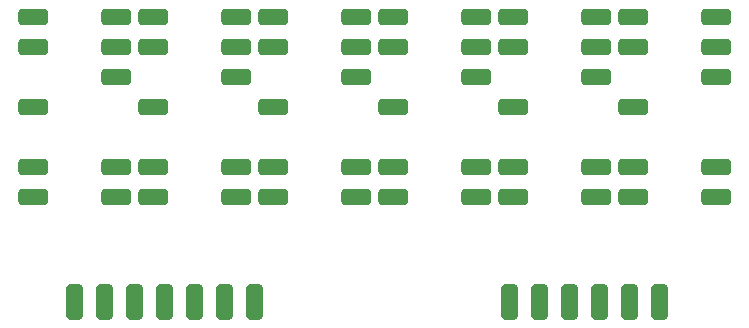
<source format=gbr>
G04 #@! TF.GenerationSoftware,KiCad,Pcbnew,(5.1.4)-1*
G04 #@! TF.CreationDate,2020-10-11T13:11:02+02:00*
G04 #@! TF.ProjectId,junior-computer-display,6a756e69-6f72-42d6-936f-6d7075746572,rev?*
G04 #@! TF.SameCoordinates,Original*
G04 #@! TF.FileFunction,Copper,L1,Top*
G04 #@! TF.FilePolarity,Positive*
%FSLAX46Y46*%
G04 Gerber Fmt 4.6, Leading zero omitted, Abs format (unit mm)*
G04 Created by KiCad (PCBNEW (5.1.4)-1) date 2020-10-11 13:11:02*
%MOMM*%
%LPD*%
G04 APERTURE LIST*
%ADD10C,0.100000*%
%ADD11C,1.400000*%
G04 APERTURE END LIST*
D10*
G36*
X159134306Y-106451685D02*
G01*
X159168282Y-106456725D01*
X159201600Y-106465071D01*
X159233939Y-106476642D01*
X159264989Y-106491328D01*
X159294450Y-106508986D01*
X159322038Y-106529446D01*
X159347487Y-106552513D01*
X159370554Y-106577962D01*
X159391014Y-106605550D01*
X159408672Y-106635011D01*
X159423358Y-106666061D01*
X159434929Y-106698400D01*
X159443275Y-106731718D01*
X159448315Y-106765694D01*
X159450000Y-106800000D01*
X159450000Y-109100000D01*
X159448315Y-109134306D01*
X159443275Y-109168282D01*
X159434929Y-109201600D01*
X159423358Y-109233939D01*
X159408672Y-109264989D01*
X159391014Y-109294450D01*
X159370554Y-109322038D01*
X159347487Y-109347487D01*
X159322038Y-109370554D01*
X159294450Y-109391014D01*
X159264989Y-109408672D01*
X159233939Y-109423358D01*
X159201600Y-109434929D01*
X159168282Y-109443275D01*
X159134306Y-109448315D01*
X159100000Y-109450000D01*
X158400000Y-109450000D01*
X158365694Y-109448315D01*
X158331718Y-109443275D01*
X158298400Y-109434929D01*
X158266061Y-109423358D01*
X158235011Y-109408672D01*
X158205550Y-109391014D01*
X158177962Y-109370554D01*
X158152513Y-109347487D01*
X158129446Y-109322038D01*
X158108986Y-109294450D01*
X158091328Y-109264989D01*
X158076642Y-109233939D01*
X158065071Y-109201600D01*
X158056725Y-109168282D01*
X158051685Y-109134306D01*
X158050000Y-109100000D01*
X158050000Y-106800000D01*
X158051685Y-106765694D01*
X158056725Y-106731718D01*
X158065071Y-106698400D01*
X158076642Y-106666061D01*
X158091328Y-106635011D01*
X158108986Y-106605550D01*
X158129446Y-106577962D01*
X158152513Y-106552513D01*
X158177962Y-106529446D01*
X158205550Y-106508986D01*
X158235011Y-106491328D01*
X158266061Y-106476642D01*
X158298400Y-106465071D01*
X158331718Y-106456725D01*
X158365694Y-106451685D01*
X158400000Y-106450000D01*
X159100000Y-106450000D01*
X159134306Y-106451685D01*
X159134306Y-106451685D01*
G37*
D11*
X158750000Y-107950000D03*
D10*
G36*
X164214306Y-106451685D02*
G01*
X164248282Y-106456725D01*
X164281600Y-106465071D01*
X164313939Y-106476642D01*
X164344989Y-106491328D01*
X164374450Y-106508986D01*
X164402038Y-106529446D01*
X164427487Y-106552513D01*
X164450554Y-106577962D01*
X164471014Y-106605550D01*
X164488672Y-106635011D01*
X164503358Y-106666061D01*
X164514929Y-106698400D01*
X164523275Y-106731718D01*
X164528315Y-106765694D01*
X164530000Y-106800000D01*
X164530000Y-109100000D01*
X164528315Y-109134306D01*
X164523275Y-109168282D01*
X164514929Y-109201600D01*
X164503358Y-109233939D01*
X164488672Y-109264989D01*
X164471014Y-109294450D01*
X164450554Y-109322038D01*
X164427487Y-109347487D01*
X164402038Y-109370554D01*
X164374450Y-109391014D01*
X164344989Y-109408672D01*
X164313939Y-109423358D01*
X164281600Y-109434929D01*
X164248282Y-109443275D01*
X164214306Y-109448315D01*
X164180000Y-109450000D01*
X163480000Y-109450000D01*
X163445694Y-109448315D01*
X163411718Y-109443275D01*
X163378400Y-109434929D01*
X163346061Y-109423358D01*
X163315011Y-109408672D01*
X163285550Y-109391014D01*
X163257962Y-109370554D01*
X163232513Y-109347487D01*
X163209446Y-109322038D01*
X163188986Y-109294450D01*
X163171328Y-109264989D01*
X163156642Y-109233939D01*
X163145071Y-109201600D01*
X163136725Y-109168282D01*
X163131685Y-109134306D01*
X163130000Y-109100000D01*
X163130000Y-106800000D01*
X163131685Y-106765694D01*
X163136725Y-106731718D01*
X163145071Y-106698400D01*
X163156642Y-106666061D01*
X163171328Y-106635011D01*
X163188986Y-106605550D01*
X163209446Y-106577962D01*
X163232513Y-106552513D01*
X163257962Y-106529446D01*
X163285550Y-106508986D01*
X163315011Y-106491328D01*
X163346061Y-106476642D01*
X163378400Y-106465071D01*
X163411718Y-106456725D01*
X163445694Y-106451685D01*
X163480000Y-106450000D01*
X164180000Y-106450000D01*
X164214306Y-106451685D01*
X164214306Y-106451685D01*
G37*
D11*
X163830000Y-107950000D03*
D10*
G36*
X156594306Y-106451685D02*
G01*
X156628282Y-106456725D01*
X156661600Y-106465071D01*
X156693939Y-106476642D01*
X156724989Y-106491328D01*
X156754450Y-106508986D01*
X156782038Y-106529446D01*
X156807487Y-106552513D01*
X156830554Y-106577962D01*
X156851014Y-106605550D01*
X156868672Y-106635011D01*
X156883358Y-106666061D01*
X156894929Y-106698400D01*
X156903275Y-106731718D01*
X156908315Y-106765694D01*
X156910000Y-106800000D01*
X156910000Y-109100000D01*
X156908315Y-109134306D01*
X156903275Y-109168282D01*
X156894929Y-109201600D01*
X156883358Y-109233939D01*
X156868672Y-109264989D01*
X156851014Y-109294450D01*
X156830554Y-109322038D01*
X156807487Y-109347487D01*
X156782038Y-109370554D01*
X156754450Y-109391014D01*
X156724989Y-109408672D01*
X156693939Y-109423358D01*
X156661600Y-109434929D01*
X156628282Y-109443275D01*
X156594306Y-109448315D01*
X156560000Y-109450000D01*
X155860000Y-109450000D01*
X155825694Y-109448315D01*
X155791718Y-109443275D01*
X155758400Y-109434929D01*
X155726061Y-109423358D01*
X155695011Y-109408672D01*
X155665550Y-109391014D01*
X155637962Y-109370554D01*
X155612513Y-109347487D01*
X155589446Y-109322038D01*
X155568986Y-109294450D01*
X155551328Y-109264989D01*
X155536642Y-109233939D01*
X155525071Y-109201600D01*
X155516725Y-109168282D01*
X155511685Y-109134306D01*
X155510000Y-109100000D01*
X155510000Y-106800000D01*
X155511685Y-106765694D01*
X155516725Y-106731718D01*
X155525071Y-106698400D01*
X155536642Y-106666061D01*
X155551328Y-106635011D01*
X155568986Y-106605550D01*
X155589446Y-106577962D01*
X155612513Y-106552513D01*
X155637962Y-106529446D01*
X155665550Y-106508986D01*
X155695011Y-106491328D01*
X155726061Y-106476642D01*
X155758400Y-106465071D01*
X155791718Y-106456725D01*
X155825694Y-106451685D01*
X155860000Y-106450000D01*
X156560000Y-106450000D01*
X156594306Y-106451685D01*
X156594306Y-106451685D01*
G37*
D11*
X156210000Y-107950000D03*
D10*
G36*
X166754306Y-106451685D02*
G01*
X166788282Y-106456725D01*
X166821600Y-106465071D01*
X166853939Y-106476642D01*
X166884989Y-106491328D01*
X166914450Y-106508986D01*
X166942038Y-106529446D01*
X166967487Y-106552513D01*
X166990554Y-106577962D01*
X167011014Y-106605550D01*
X167028672Y-106635011D01*
X167043358Y-106666061D01*
X167054929Y-106698400D01*
X167063275Y-106731718D01*
X167068315Y-106765694D01*
X167070000Y-106800000D01*
X167070000Y-109100000D01*
X167068315Y-109134306D01*
X167063275Y-109168282D01*
X167054929Y-109201600D01*
X167043358Y-109233939D01*
X167028672Y-109264989D01*
X167011014Y-109294450D01*
X166990554Y-109322038D01*
X166967487Y-109347487D01*
X166942038Y-109370554D01*
X166914450Y-109391014D01*
X166884989Y-109408672D01*
X166853939Y-109423358D01*
X166821600Y-109434929D01*
X166788282Y-109443275D01*
X166754306Y-109448315D01*
X166720000Y-109450000D01*
X166020000Y-109450000D01*
X165985694Y-109448315D01*
X165951718Y-109443275D01*
X165918400Y-109434929D01*
X165886061Y-109423358D01*
X165855011Y-109408672D01*
X165825550Y-109391014D01*
X165797962Y-109370554D01*
X165772513Y-109347487D01*
X165749446Y-109322038D01*
X165728986Y-109294450D01*
X165711328Y-109264989D01*
X165696642Y-109233939D01*
X165685071Y-109201600D01*
X165676725Y-109168282D01*
X165671685Y-109134306D01*
X165670000Y-109100000D01*
X165670000Y-106800000D01*
X165671685Y-106765694D01*
X165676725Y-106731718D01*
X165685071Y-106698400D01*
X165696642Y-106666061D01*
X165711328Y-106635011D01*
X165728986Y-106605550D01*
X165749446Y-106577962D01*
X165772513Y-106552513D01*
X165797962Y-106529446D01*
X165825550Y-106508986D01*
X165855011Y-106491328D01*
X165886061Y-106476642D01*
X165918400Y-106465071D01*
X165951718Y-106456725D01*
X165985694Y-106451685D01*
X166020000Y-106450000D01*
X166720000Y-106450000D01*
X166754306Y-106451685D01*
X166754306Y-106451685D01*
G37*
D11*
X166370000Y-107950000D03*
D10*
G36*
X161674306Y-106451685D02*
G01*
X161708282Y-106456725D01*
X161741600Y-106465071D01*
X161773939Y-106476642D01*
X161804989Y-106491328D01*
X161834450Y-106508986D01*
X161862038Y-106529446D01*
X161887487Y-106552513D01*
X161910554Y-106577962D01*
X161931014Y-106605550D01*
X161948672Y-106635011D01*
X161963358Y-106666061D01*
X161974929Y-106698400D01*
X161983275Y-106731718D01*
X161988315Y-106765694D01*
X161990000Y-106800000D01*
X161990000Y-109100000D01*
X161988315Y-109134306D01*
X161983275Y-109168282D01*
X161974929Y-109201600D01*
X161963358Y-109233939D01*
X161948672Y-109264989D01*
X161931014Y-109294450D01*
X161910554Y-109322038D01*
X161887487Y-109347487D01*
X161862038Y-109370554D01*
X161834450Y-109391014D01*
X161804989Y-109408672D01*
X161773939Y-109423358D01*
X161741600Y-109434929D01*
X161708282Y-109443275D01*
X161674306Y-109448315D01*
X161640000Y-109450000D01*
X160940000Y-109450000D01*
X160905694Y-109448315D01*
X160871718Y-109443275D01*
X160838400Y-109434929D01*
X160806061Y-109423358D01*
X160775011Y-109408672D01*
X160745550Y-109391014D01*
X160717962Y-109370554D01*
X160692513Y-109347487D01*
X160669446Y-109322038D01*
X160648986Y-109294450D01*
X160631328Y-109264989D01*
X160616642Y-109233939D01*
X160605071Y-109201600D01*
X160596725Y-109168282D01*
X160591685Y-109134306D01*
X160590000Y-109100000D01*
X160590000Y-106800000D01*
X160591685Y-106765694D01*
X160596725Y-106731718D01*
X160605071Y-106698400D01*
X160616642Y-106666061D01*
X160631328Y-106635011D01*
X160648986Y-106605550D01*
X160669446Y-106577962D01*
X160692513Y-106552513D01*
X160717962Y-106529446D01*
X160745550Y-106508986D01*
X160775011Y-106491328D01*
X160806061Y-106476642D01*
X160838400Y-106465071D01*
X160871718Y-106456725D01*
X160905694Y-106451685D01*
X160940000Y-106450000D01*
X161640000Y-106450000D01*
X161674306Y-106451685D01*
X161674306Y-106451685D01*
G37*
D11*
X161290000Y-107950000D03*
D10*
G36*
X169294306Y-106451685D02*
G01*
X169328282Y-106456725D01*
X169361600Y-106465071D01*
X169393939Y-106476642D01*
X169424989Y-106491328D01*
X169454450Y-106508986D01*
X169482038Y-106529446D01*
X169507487Y-106552513D01*
X169530554Y-106577962D01*
X169551014Y-106605550D01*
X169568672Y-106635011D01*
X169583358Y-106666061D01*
X169594929Y-106698400D01*
X169603275Y-106731718D01*
X169608315Y-106765694D01*
X169610000Y-106800000D01*
X169610000Y-109100000D01*
X169608315Y-109134306D01*
X169603275Y-109168282D01*
X169594929Y-109201600D01*
X169583358Y-109233939D01*
X169568672Y-109264989D01*
X169551014Y-109294450D01*
X169530554Y-109322038D01*
X169507487Y-109347487D01*
X169482038Y-109370554D01*
X169454450Y-109391014D01*
X169424989Y-109408672D01*
X169393939Y-109423358D01*
X169361600Y-109434929D01*
X169328282Y-109443275D01*
X169294306Y-109448315D01*
X169260000Y-109450000D01*
X168560000Y-109450000D01*
X168525694Y-109448315D01*
X168491718Y-109443275D01*
X168458400Y-109434929D01*
X168426061Y-109423358D01*
X168395011Y-109408672D01*
X168365550Y-109391014D01*
X168337962Y-109370554D01*
X168312513Y-109347487D01*
X168289446Y-109322038D01*
X168268986Y-109294450D01*
X168251328Y-109264989D01*
X168236642Y-109233939D01*
X168225071Y-109201600D01*
X168216725Y-109168282D01*
X168211685Y-109134306D01*
X168210000Y-109100000D01*
X168210000Y-106800000D01*
X168211685Y-106765694D01*
X168216725Y-106731718D01*
X168225071Y-106698400D01*
X168236642Y-106666061D01*
X168251328Y-106635011D01*
X168268986Y-106605550D01*
X168289446Y-106577962D01*
X168312513Y-106552513D01*
X168337962Y-106529446D01*
X168365550Y-106508986D01*
X168395011Y-106491328D01*
X168426061Y-106476642D01*
X168458400Y-106465071D01*
X168491718Y-106456725D01*
X168525694Y-106451685D01*
X168560000Y-106450000D01*
X169260000Y-106450000D01*
X169294306Y-106451685D01*
X169294306Y-106451685D01*
G37*
D11*
X168910000Y-107950000D03*
D10*
G36*
X135004306Y-106451685D02*
G01*
X135038282Y-106456725D01*
X135071600Y-106465071D01*
X135103939Y-106476642D01*
X135134989Y-106491328D01*
X135164450Y-106508986D01*
X135192038Y-106529446D01*
X135217487Y-106552513D01*
X135240554Y-106577962D01*
X135261014Y-106605550D01*
X135278672Y-106635011D01*
X135293358Y-106666061D01*
X135304929Y-106698400D01*
X135313275Y-106731718D01*
X135318315Y-106765694D01*
X135320000Y-106800000D01*
X135320000Y-109100000D01*
X135318315Y-109134306D01*
X135313275Y-109168282D01*
X135304929Y-109201600D01*
X135293358Y-109233939D01*
X135278672Y-109264989D01*
X135261014Y-109294450D01*
X135240554Y-109322038D01*
X135217487Y-109347487D01*
X135192038Y-109370554D01*
X135164450Y-109391014D01*
X135134989Y-109408672D01*
X135103939Y-109423358D01*
X135071600Y-109434929D01*
X135038282Y-109443275D01*
X135004306Y-109448315D01*
X134970000Y-109450000D01*
X134270000Y-109450000D01*
X134235694Y-109448315D01*
X134201718Y-109443275D01*
X134168400Y-109434929D01*
X134136061Y-109423358D01*
X134105011Y-109408672D01*
X134075550Y-109391014D01*
X134047962Y-109370554D01*
X134022513Y-109347487D01*
X133999446Y-109322038D01*
X133978986Y-109294450D01*
X133961328Y-109264989D01*
X133946642Y-109233939D01*
X133935071Y-109201600D01*
X133926725Y-109168282D01*
X133921685Y-109134306D01*
X133920000Y-109100000D01*
X133920000Y-106800000D01*
X133921685Y-106765694D01*
X133926725Y-106731718D01*
X133935071Y-106698400D01*
X133946642Y-106666061D01*
X133961328Y-106635011D01*
X133978986Y-106605550D01*
X133999446Y-106577962D01*
X134022513Y-106552513D01*
X134047962Y-106529446D01*
X134075550Y-106508986D01*
X134105011Y-106491328D01*
X134136061Y-106476642D01*
X134168400Y-106465071D01*
X134201718Y-106456725D01*
X134235694Y-106451685D01*
X134270000Y-106450000D01*
X134970000Y-106450000D01*
X135004306Y-106451685D01*
X135004306Y-106451685D01*
G37*
D11*
X134620000Y-107950000D03*
D10*
G36*
X132464306Y-106451685D02*
G01*
X132498282Y-106456725D01*
X132531600Y-106465071D01*
X132563939Y-106476642D01*
X132594989Y-106491328D01*
X132624450Y-106508986D01*
X132652038Y-106529446D01*
X132677487Y-106552513D01*
X132700554Y-106577962D01*
X132721014Y-106605550D01*
X132738672Y-106635011D01*
X132753358Y-106666061D01*
X132764929Y-106698400D01*
X132773275Y-106731718D01*
X132778315Y-106765694D01*
X132780000Y-106800000D01*
X132780000Y-109100000D01*
X132778315Y-109134306D01*
X132773275Y-109168282D01*
X132764929Y-109201600D01*
X132753358Y-109233939D01*
X132738672Y-109264989D01*
X132721014Y-109294450D01*
X132700554Y-109322038D01*
X132677487Y-109347487D01*
X132652038Y-109370554D01*
X132624450Y-109391014D01*
X132594989Y-109408672D01*
X132563939Y-109423358D01*
X132531600Y-109434929D01*
X132498282Y-109443275D01*
X132464306Y-109448315D01*
X132430000Y-109450000D01*
X131730000Y-109450000D01*
X131695694Y-109448315D01*
X131661718Y-109443275D01*
X131628400Y-109434929D01*
X131596061Y-109423358D01*
X131565011Y-109408672D01*
X131535550Y-109391014D01*
X131507962Y-109370554D01*
X131482513Y-109347487D01*
X131459446Y-109322038D01*
X131438986Y-109294450D01*
X131421328Y-109264989D01*
X131406642Y-109233939D01*
X131395071Y-109201600D01*
X131386725Y-109168282D01*
X131381685Y-109134306D01*
X131380000Y-109100000D01*
X131380000Y-106800000D01*
X131381685Y-106765694D01*
X131386725Y-106731718D01*
X131395071Y-106698400D01*
X131406642Y-106666061D01*
X131421328Y-106635011D01*
X131438986Y-106605550D01*
X131459446Y-106577962D01*
X131482513Y-106552513D01*
X131507962Y-106529446D01*
X131535550Y-106508986D01*
X131565011Y-106491328D01*
X131596061Y-106476642D01*
X131628400Y-106465071D01*
X131661718Y-106456725D01*
X131695694Y-106451685D01*
X131730000Y-106450000D01*
X132430000Y-106450000D01*
X132464306Y-106451685D01*
X132464306Y-106451685D01*
G37*
D11*
X132080000Y-107950000D03*
D10*
G36*
X129924306Y-106451685D02*
G01*
X129958282Y-106456725D01*
X129991600Y-106465071D01*
X130023939Y-106476642D01*
X130054989Y-106491328D01*
X130084450Y-106508986D01*
X130112038Y-106529446D01*
X130137487Y-106552513D01*
X130160554Y-106577962D01*
X130181014Y-106605550D01*
X130198672Y-106635011D01*
X130213358Y-106666061D01*
X130224929Y-106698400D01*
X130233275Y-106731718D01*
X130238315Y-106765694D01*
X130240000Y-106800000D01*
X130240000Y-109100000D01*
X130238315Y-109134306D01*
X130233275Y-109168282D01*
X130224929Y-109201600D01*
X130213358Y-109233939D01*
X130198672Y-109264989D01*
X130181014Y-109294450D01*
X130160554Y-109322038D01*
X130137487Y-109347487D01*
X130112038Y-109370554D01*
X130084450Y-109391014D01*
X130054989Y-109408672D01*
X130023939Y-109423358D01*
X129991600Y-109434929D01*
X129958282Y-109443275D01*
X129924306Y-109448315D01*
X129890000Y-109450000D01*
X129190000Y-109450000D01*
X129155694Y-109448315D01*
X129121718Y-109443275D01*
X129088400Y-109434929D01*
X129056061Y-109423358D01*
X129025011Y-109408672D01*
X128995550Y-109391014D01*
X128967962Y-109370554D01*
X128942513Y-109347487D01*
X128919446Y-109322038D01*
X128898986Y-109294450D01*
X128881328Y-109264989D01*
X128866642Y-109233939D01*
X128855071Y-109201600D01*
X128846725Y-109168282D01*
X128841685Y-109134306D01*
X128840000Y-109100000D01*
X128840000Y-106800000D01*
X128841685Y-106765694D01*
X128846725Y-106731718D01*
X128855071Y-106698400D01*
X128866642Y-106666061D01*
X128881328Y-106635011D01*
X128898986Y-106605550D01*
X128919446Y-106577962D01*
X128942513Y-106552513D01*
X128967962Y-106529446D01*
X128995550Y-106508986D01*
X129025011Y-106491328D01*
X129056061Y-106476642D01*
X129088400Y-106465071D01*
X129121718Y-106456725D01*
X129155694Y-106451685D01*
X129190000Y-106450000D01*
X129890000Y-106450000D01*
X129924306Y-106451685D01*
X129924306Y-106451685D01*
G37*
D11*
X129540000Y-107950000D03*
D10*
G36*
X127384306Y-106451685D02*
G01*
X127418282Y-106456725D01*
X127451600Y-106465071D01*
X127483939Y-106476642D01*
X127514989Y-106491328D01*
X127544450Y-106508986D01*
X127572038Y-106529446D01*
X127597487Y-106552513D01*
X127620554Y-106577962D01*
X127641014Y-106605550D01*
X127658672Y-106635011D01*
X127673358Y-106666061D01*
X127684929Y-106698400D01*
X127693275Y-106731718D01*
X127698315Y-106765694D01*
X127700000Y-106800000D01*
X127700000Y-109100000D01*
X127698315Y-109134306D01*
X127693275Y-109168282D01*
X127684929Y-109201600D01*
X127673358Y-109233939D01*
X127658672Y-109264989D01*
X127641014Y-109294450D01*
X127620554Y-109322038D01*
X127597487Y-109347487D01*
X127572038Y-109370554D01*
X127544450Y-109391014D01*
X127514989Y-109408672D01*
X127483939Y-109423358D01*
X127451600Y-109434929D01*
X127418282Y-109443275D01*
X127384306Y-109448315D01*
X127350000Y-109450000D01*
X126650000Y-109450000D01*
X126615694Y-109448315D01*
X126581718Y-109443275D01*
X126548400Y-109434929D01*
X126516061Y-109423358D01*
X126485011Y-109408672D01*
X126455550Y-109391014D01*
X126427962Y-109370554D01*
X126402513Y-109347487D01*
X126379446Y-109322038D01*
X126358986Y-109294450D01*
X126341328Y-109264989D01*
X126326642Y-109233939D01*
X126315071Y-109201600D01*
X126306725Y-109168282D01*
X126301685Y-109134306D01*
X126300000Y-109100000D01*
X126300000Y-106800000D01*
X126301685Y-106765694D01*
X126306725Y-106731718D01*
X126315071Y-106698400D01*
X126326642Y-106666061D01*
X126341328Y-106635011D01*
X126358986Y-106605550D01*
X126379446Y-106577962D01*
X126402513Y-106552513D01*
X126427962Y-106529446D01*
X126455550Y-106508986D01*
X126485011Y-106491328D01*
X126516061Y-106476642D01*
X126548400Y-106465071D01*
X126581718Y-106456725D01*
X126615694Y-106451685D01*
X126650000Y-106450000D01*
X127350000Y-106450000D01*
X127384306Y-106451685D01*
X127384306Y-106451685D01*
G37*
D11*
X127000000Y-107950000D03*
D10*
G36*
X124844306Y-106451685D02*
G01*
X124878282Y-106456725D01*
X124911600Y-106465071D01*
X124943939Y-106476642D01*
X124974989Y-106491328D01*
X125004450Y-106508986D01*
X125032038Y-106529446D01*
X125057487Y-106552513D01*
X125080554Y-106577962D01*
X125101014Y-106605550D01*
X125118672Y-106635011D01*
X125133358Y-106666061D01*
X125144929Y-106698400D01*
X125153275Y-106731718D01*
X125158315Y-106765694D01*
X125160000Y-106800000D01*
X125160000Y-109100000D01*
X125158315Y-109134306D01*
X125153275Y-109168282D01*
X125144929Y-109201600D01*
X125133358Y-109233939D01*
X125118672Y-109264989D01*
X125101014Y-109294450D01*
X125080554Y-109322038D01*
X125057487Y-109347487D01*
X125032038Y-109370554D01*
X125004450Y-109391014D01*
X124974989Y-109408672D01*
X124943939Y-109423358D01*
X124911600Y-109434929D01*
X124878282Y-109443275D01*
X124844306Y-109448315D01*
X124810000Y-109450000D01*
X124110000Y-109450000D01*
X124075694Y-109448315D01*
X124041718Y-109443275D01*
X124008400Y-109434929D01*
X123976061Y-109423358D01*
X123945011Y-109408672D01*
X123915550Y-109391014D01*
X123887962Y-109370554D01*
X123862513Y-109347487D01*
X123839446Y-109322038D01*
X123818986Y-109294450D01*
X123801328Y-109264989D01*
X123786642Y-109233939D01*
X123775071Y-109201600D01*
X123766725Y-109168282D01*
X123761685Y-109134306D01*
X123760000Y-109100000D01*
X123760000Y-106800000D01*
X123761685Y-106765694D01*
X123766725Y-106731718D01*
X123775071Y-106698400D01*
X123786642Y-106666061D01*
X123801328Y-106635011D01*
X123818986Y-106605550D01*
X123839446Y-106577962D01*
X123862513Y-106552513D01*
X123887962Y-106529446D01*
X123915550Y-106508986D01*
X123945011Y-106491328D01*
X123976061Y-106476642D01*
X124008400Y-106465071D01*
X124041718Y-106456725D01*
X124075694Y-106451685D01*
X124110000Y-106450000D01*
X124810000Y-106450000D01*
X124844306Y-106451685D01*
X124844306Y-106451685D01*
G37*
D11*
X124460000Y-107950000D03*
D10*
G36*
X122304306Y-106451685D02*
G01*
X122338282Y-106456725D01*
X122371600Y-106465071D01*
X122403939Y-106476642D01*
X122434989Y-106491328D01*
X122464450Y-106508986D01*
X122492038Y-106529446D01*
X122517487Y-106552513D01*
X122540554Y-106577962D01*
X122561014Y-106605550D01*
X122578672Y-106635011D01*
X122593358Y-106666061D01*
X122604929Y-106698400D01*
X122613275Y-106731718D01*
X122618315Y-106765694D01*
X122620000Y-106800000D01*
X122620000Y-109100000D01*
X122618315Y-109134306D01*
X122613275Y-109168282D01*
X122604929Y-109201600D01*
X122593358Y-109233939D01*
X122578672Y-109264989D01*
X122561014Y-109294450D01*
X122540554Y-109322038D01*
X122517487Y-109347487D01*
X122492038Y-109370554D01*
X122464450Y-109391014D01*
X122434989Y-109408672D01*
X122403939Y-109423358D01*
X122371600Y-109434929D01*
X122338282Y-109443275D01*
X122304306Y-109448315D01*
X122270000Y-109450000D01*
X121570000Y-109450000D01*
X121535694Y-109448315D01*
X121501718Y-109443275D01*
X121468400Y-109434929D01*
X121436061Y-109423358D01*
X121405011Y-109408672D01*
X121375550Y-109391014D01*
X121347962Y-109370554D01*
X121322513Y-109347487D01*
X121299446Y-109322038D01*
X121278986Y-109294450D01*
X121261328Y-109264989D01*
X121246642Y-109233939D01*
X121235071Y-109201600D01*
X121226725Y-109168282D01*
X121221685Y-109134306D01*
X121220000Y-109100000D01*
X121220000Y-106800000D01*
X121221685Y-106765694D01*
X121226725Y-106731718D01*
X121235071Y-106698400D01*
X121246642Y-106666061D01*
X121261328Y-106635011D01*
X121278986Y-106605550D01*
X121299446Y-106577962D01*
X121322513Y-106552513D01*
X121347962Y-106529446D01*
X121375550Y-106508986D01*
X121405011Y-106491328D01*
X121436061Y-106476642D01*
X121468400Y-106465071D01*
X121501718Y-106456725D01*
X121535694Y-106451685D01*
X121570000Y-106450000D01*
X122270000Y-106450000D01*
X122304306Y-106451685D01*
X122304306Y-106451685D01*
G37*
D11*
X121920000Y-107950000D03*
D10*
G36*
X119764306Y-106451685D02*
G01*
X119798282Y-106456725D01*
X119831600Y-106465071D01*
X119863939Y-106476642D01*
X119894989Y-106491328D01*
X119924450Y-106508986D01*
X119952038Y-106529446D01*
X119977487Y-106552513D01*
X120000554Y-106577962D01*
X120021014Y-106605550D01*
X120038672Y-106635011D01*
X120053358Y-106666061D01*
X120064929Y-106698400D01*
X120073275Y-106731718D01*
X120078315Y-106765694D01*
X120080000Y-106800000D01*
X120080000Y-109100000D01*
X120078315Y-109134306D01*
X120073275Y-109168282D01*
X120064929Y-109201600D01*
X120053358Y-109233939D01*
X120038672Y-109264989D01*
X120021014Y-109294450D01*
X120000554Y-109322038D01*
X119977487Y-109347487D01*
X119952038Y-109370554D01*
X119924450Y-109391014D01*
X119894989Y-109408672D01*
X119863939Y-109423358D01*
X119831600Y-109434929D01*
X119798282Y-109443275D01*
X119764306Y-109448315D01*
X119730000Y-109450000D01*
X119030000Y-109450000D01*
X118995694Y-109448315D01*
X118961718Y-109443275D01*
X118928400Y-109434929D01*
X118896061Y-109423358D01*
X118865011Y-109408672D01*
X118835550Y-109391014D01*
X118807962Y-109370554D01*
X118782513Y-109347487D01*
X118759446Y-109322038D01*
X118738986Y-109294450D01*
X118721328Y-109264989D01*
X118706642Y-109233939D01*
X118695071Y-109201600D01*
X118686725Y-109168282D01*
X118681685Y-109134306D01*
X118680000Y-109100000D01*
X118680000Y-106800000D01*
X118681685Y-106765694D01*
X118686725Y-106731718D01*
X118695071Y-106698400D01*
X118706642Y-106666061D01*
X118721328Y-106635011D01*
X118738986Y-106605550D01*
X118759446Y-106577962D01*
X118782513Y-106552513D01*
X118807962Y-106529446D01*
X118835550Y-106508986D01*
X118865011Y-106491328D01*
X118896061Y-106476642D01*
X118928400Y-106465071D01*
X118961718Y-106456725D01*
X118995694Y-106451685D01*
X119030000Y-106450000D01*
X119730000Y-106450000D01*
X119764306Y-106451685D01*
X119764306Y-106451685D01*
G37*
D11*
X119380000Y-107950000D03*
D10*
G36*
X116804306Y-98361685D02*
G01*
X116838282Y-98366725D01*
X116871600Y-98375071D01*
X116903939Y-98386642D01*
X116934989Y-98401328D01*
X116964450Y-98418986D01*
X116992038Y-98439446D01*
X117017487Y-98462513D01*
X117040554Y-98487962D01*
X117061014Y-98515550D01*
X117078672Y-98545011D01*
X117093358Y-98576061D01*
X117104929Y-98608400D01*
X117113275Y-98641718D01*
X117118315Y-98675694D01*
X117120000Y-98710000D01*
X117120000Y-99410000D01*
X117118315Y-99444306D01*
X117113275Y-99478282D01*
X117104929Y-99511600D01*
X117093358Y-99543939D01*
X117078672Y-99574989D01*
X117061014Y-99604450D01*
X117040554Y-99632038D01*
X117017487Y-99657487D01*
X116992038Y-99680554D01*
X116964450Y-99701014D01*
X116934989Y-99718672D01*
X116903939Y-99733358D01*
X116871600Y-99744929D01*
X116838282Y-99753275D01*
X116804306Y-99758315D01*
X116770000Y-99760000D01*
X114970000Y-99760000D01*
X114935694Y-99758315D01*
X114901718Y-99753275D01*
X114868400Y-99744929D01*
X114836061Y-99733358D01*
X114805011Y-99718672D01*
X114775550Y-99701014D01*
X114747962Y-99680554D01*
X114722513Y-99657487D01*
X114699446Y-99632038D01*
X114678986Y-99604450D01*
X114661328Y-99574989D01*
X114646642Y-99543939D01*
X114635071Y-99511600D01*
X114626725Y-99478282D01*
X114621685Y-99444306D01*
X114620000Y-99410000D01*
X114620000Y-98710000D01*
X114621685Y-98675694D01*
X114626725Y-98641718D01*
X114635071Y-98608400D01*
X114646642Y-98576061D01*
X114661328Y-98545011D01*
X114678986Y-98515550D01*
X114699446Y-98487962D01*
X114722513Y-98462513D01*
X114747962Y-98439446D01*
X114775550Y-98418986D01*
X114805011Y-98401328D01*
X114836061Y-98386642D01*
X114868400Y-98375071D01*
X114901718Y-98366725D01*
X114935694Y-98361685D01*
X114970000Y-98360000D01*
X116770000Y-98360000D01*
X116804306Y-98361685D01*
X116804306Y-98361685D01*
G37*
D11*
X115870000Y-99060000D03*
D10*
G36*
X116804306Y-95821685D02*
G01*
X116838282Y-95826725D01*
X116871600Y-95835071D01*
X116903939Y-95846642D01*
X116934989Y-95861328D01*
X116964450Y-95878986D01*
X116992038Y-95899446D01*
X117017487Y-95922513D01*
X117040554Y-95947962D01*
X117061014Y-95975550D01*
X117078672Y-96005011D01*
X117093358Y-96036061D01*
X117104929Y-96068400D01*
X117113275Y-96101718D01*
X117118315Y-96135694D01*
X117120000Y-96170000D01*
X117120000Y-96870000D01*
X117118315Y-96904306D01*
X117113275Y-96938282D01*
X117104929Y-96971600D01*
X117093358Y-97003939D01*
X117078672Y-97034989D01*
X117061014Y-97064450D01*
X117040554Y-97092038D01*
X117017487Y-97117487D01*
X116992038Y-97140554D01*
X116964450Y-97161014D01*
X116934989Y-97178672D01*
X116903939Y-97193358D01*
X116871600Y-97204929D01*
X116838282Y-97213275D01*
X116804306Y-97218315D01*
X116770000Y-97220000D01*
X114970000Y-97220000D01*
X114935694Y-97218315D01*
X114901718Y-97213275D01*
X114868400Y-97204929D01*
X114836061Y-97193358D01*
X114805011Y-97178672D01*
X114775550Y-97161014D01*
X114747962Y-97140554D01*
X114722513Y-97117487D01*
X114699446Y-97092038D01*
X114678986Y-97064450D01*
X114661328Y-97034989D01*
X114646642Y-97003939D01*
X114635071Y-96971600D01*
X114626725Y-96938282D01*
X114621685Y-96904306D01*
X114620000Y-96870000D01*
X114620000Y-96170000D01*
X114621685Y-96135694D01*
X114626725Y-96101718D01*
X114635071Y-96068400D01*
X114646642Y-96036061D01*
X114661328Y-96005011D01*
X114678986Y-95975550D01*
X114699446Y-95947962D01*
X114722513Y-95922513D01*
X114747962Y-95899446D01*
X114775550Y-95878986D01*
X114805011Y-95861328D01*
X114836061Y-95846642D01*
X114868400Y-95835071D01*
X114901718Y-95826725D01*
X114935694Y-95821685D01*
X114970000Y-95820000D01*
X116770000Y-95820000D01*
X116804306Y-95821685D01*
X116804306Y-95821685D01*
G37*
D11*
X115870000Y-96520000D03*
D10*
G36*
X116804306Y-90741685D02*
G01*
X116838282Y-90746725D01*
X116871600Y-90755071D01*
X116903939Y-90766642D01*
X116934989Y-90781328D01*
X116964450Y-90798986D01*
X116992038Y-90819446D01*
X117017487Y-90842513D01*
X117040554Y-90867962D01*
X117061014Y-90895550D01*
X117078672Y-90925011D01*
X117093358Y-90956061D01*
X117104929Y-90988400D01*
X117113275Y-91021718D01*
X117118315Y-91055694D01*
X117120000Y-91090000D01*
X117120000Y-91790000D01*
X117118315Y-91824306D01*
X117113275Y-91858282D01*
X117104929Y-91891600D01*
X117093358Y-91923939D01*
X117078672Y-91954989D01*
X117061014Y-91984450D01*
X117040554Y-92012038D01*
X117017487Y-92037487D01*
X116992038Y-92060554D01*
X116964450Y-92081014D01*
X116934989Y-92098672D01*
X116903939Y-92113358D01*
X116871600Y-92124929D01*
X116838282Y-92133275D01*
X116804306Y-92138315D01*
X116770000Y-92140000D01*
X114970000Y-92140000D01*
X114935694Y-92138315D01*
X114901718Y-92133275D01*
X114868400Y-92124929D01*
X114836061Y-92113358D01*
X114805011Y-92098672D01*
X114775550Y-92081014D01*
X114747962Y-92060554D01*
X114722513Y-92037487D01*
X114699446Y-92012038D01*
X114678986Y-91984450D01*
X114661328Y-91954989D01*
X114646642Y-91923939D01*
X114635071Y-91891600D01*
X114626725Y-91858282D01*
X114621685Y-91824306D01*
X114620000Y-91790000D01*
X114620000Y-91090000D01*
X114621685Y-91055694D01*
X114626725Y-91021718D01*
X114635071Y-90988400D01*
X114646642Y-90956061D01*
X114661328Y-90925011D01*
X114678986Y-90895550D01*
X114699446Y-90867962D01*
X114722513Y-90842513D01*
X114747962Y-90819446D01*
X114775550Y-90798986D01*
X114805011Y-90781328D01*
X114836061Y-90766642D01*
X114868400Y-90755071D01*
X114901718Y-90746725D01*
X114935694Y-90741685D01*
X114970000Y-90740000D01*
X116770000Y-90740000D01*
X116804306Y-90741685D01*
X116804306Y-90741685D01*
G37*
D11*
X115870000Y-91440000D03*
D10*
G36*
X116804306Y-85661685D02*
G01*
X116838282Y-85666725D01*
X116871600Y-85675071D01*
X116903939Y-85686642D01*
X116934989Y-85701328D01*
X116964450Y-85718986D01*
X116992038Y-85739446D01*
X117017487Y-85762513D01*
X117040554Y-85787962D01*
X117061014Y-85815550D01*
X117078672Y-85845011D01*
X117093358Y-85876061D01*
X117104929Y-85908400D01*
X117113275Y-85941718D01*
X117118315Y-85975694D01*
X117120000Y-86010000D01*
X117120000Y-86710000D01*
X117118315Y-86744306D01*
X117113275Y-86778282D01*
X117104929Y-86811600D01*
X117093358Y-86843939D01*
X117078672Y-86874989D01*
X117061014Y-86904450D01*
X117040554Y-86932038D01*
X117017487Y-86957487D01*
X116992038Y-86980554D01*
X116964450Y-87001014D01*
X116934989Y-87018672D01*
X116903939Y-87033358D01*
X116871600Y-87044929D01*
X116838282Y-87053275D01*
X116804306Y-87058315D01*
X116770000Y-87060000D01*
X114970000Y-87060000D01*
X114935694Y-87058315D01*
X114901718Y-87053275D01*
X114868400Y-87044929D01*
X114836061Y-87033358D01*
X114805011Y-87018672D01*
X114775550Y-87001014D01*
X114747962Y-86980554D01*
X114722513Y-86957487D01*
X114699446Y-86932038D01*
X114678986Y-86904450D01*
X114661328Y-86874989D01*
X114646642Y-86843939D01*
X114635071Y-86811600D01*
X114626725Y-86778282D01*
X114621685Y-86744306D01*
X114620000Y-86710000D01*
X114620000Y-86010000D01*
X114621685Y-85975694D01*
X114626725Y-85941718D01*
X114635071Y-85908400D01*
X114646642Y-85876061D01*
X114661328Y-85845011D01*
X114678986Y-85815550D01*
X114699446Y-85787962D01*
X114722513Y-85762513D01*
X114747962Y-85739446D01*
X114775550Y-85718986D01*
X114805011Y-85701328D01*
X114836061Y-85686642D01*
X114868400Y-85675071D01*
X114901718Y-85666725D01*
X114935694Y-85661685D01*
X114970000Y-85660000D01*
X116770000Y-85660000D01*
X116804306Y-85661685D01*
X116804306Y-85661685D01*
G37*
D11*
X115870000Y-86360000D03*
D10*
G36*
X116804306Y-83121685D02*
G01*
X116838282Y-83126725D01*
X116871600Y-83135071D01*
X116903939Y-83146642D01*
X116934989Y-83161328D01*
X116964450Y-83178986D01*
X116992038Y-83199446D01*
X117017487Y-83222513D01*
X117040554Y-83247962D01*
X117061014Y-83275550D01*
X117078672Y-83305011D01*
X117093358Y-83336061D01*
X117104929Y-83368400D01*
X117113275Y-83401718D01*
X117118315Y-83435694D01*
X117120000Y-83470000D01*
X117120000Y-84170000D01*
X117118315Y-84204306D01*
X117113275Y-84238282D01*
X117104929Y-84271600D01*
X117093358Y-84303939D01*
X117078672Y-84334989D01*
X117061014Y-84364450D01*
X117040554Y-84392038D01*
X117017487Y-84417487D01*
X116992038Y-84440554D01*
X116964450Y-84461014D01*
X116934989Y-84478672D01*
X116903939Y-84493358D01*
X116871600Y-84504929D01*
X116838282Y-84513275D01*
X116804306Y-84518315D01*
X116770000Y-84520000D01*
X114970000Y-84520000D01*
X114935694Y-84518315D01*
X114901718Y-84513275D01*
X114868400Y-84504929D01*
X114836061Y-84493358D01*
X114805011Y-84478672D01*
X114775550Y-84461014D01*
X114747962Y-84440554D01*
X114722513Y-84417487D01*
X114699446Y-84392038D01*
X114678986Y-84364450D01*
X114661328Y-84334989D01*
X114646642Y-84303939D01*
X114635071Y-84271600D01*
X114626725Y-84238282D01*
X114621685Y-84204306D01*
X114620000Y-84170000D01*
X114620000Y-83470000D01*
X114621685Y-83435694D01*
X114626725Y-83401718D01*
X114635071Y-83368400D01*
X114646642Y-83336061D01*
X114661328Y-83305011D01*
X114678986Y-83275550D01*
X114699446Y-83247962D01*
X114722513Y-83222513D01*
X114747962Y-83199446D01*
X114775550Y-83178986D01*
X114805011Y-83161328D01*
X114836061Y-83146642D01*
X114868400Y-83135071D01*
X114901718Y-83126725D01*
X114935694Y-83121685D01*
X114970000Y-83120000D01*
X116770000Y-83120000D01*
X116804306Y-83121685D01*
X116804306Y-83121685D01*
G37*
D11*
X115870000Y-83820000D03*
D10*
G36*
X123824306Y-98361685D02*
G01*
X123858282Y-98366725D01*
X123891600Y-98375071D01*
X123923939Y-98386642D01*
X123954989Y-98401328D01*
X123984450Y-98418986D01*
X124012038Y-98439446D01*
X124037487Y-98462513D01*
X124060554Y-98487962D01*
X124081014Y-98515550D01*
X124098672Y-98545011D01*
X124113358Y-98576061D01*
X124124929Y-98608400D01*
X124133275Y-98641718D01*
X124138315Y-98675694D01*
X124140000Y-98710000D01*
X124140000Y-99410000D01*
X124138315Y-99444306D01*
X124133275Y-99478282D01*
X124124929Y-99511600D01*
X124113358Y-99543939D01*
X124098672Y-99574989D01*
X124081014Y-99604450D01*
X124060554Y-99632038D01*
X124037487Y-99657487D01*
X124012038Y-99680554D01*
X123984450Y-99701014D01*
X123954989Y-99718672D01*
X123923939Y-99733358D01*
X123891600Y-99744929D01*
X123858282Y-99753275D01*
X123824306Y-99758315D01*
X123790000Y-99760000D01*
X121990000Y-99760000D01*
X121955694Y-99758315D01*
X121921718Y-99753275D01*
X121888400Y-99744929D01*
X121856061Y-99733358D01*
X121825011Y-99718672D01*
X121795550Y-99701014D01*
X121767962Y-99680554D01*
X121742513Y-99657487D01*
X121719446Y-99632038D01*
X121698986Y-99604450D01*
X121681328Y-99574989D01*
X121666642Y-99543939D01*
X121655071Y-99511600D01*
X121646725Y-99478282D01*
X121641685Y-99444306D01*
X121640000Y-99410000D01*
X121640000Y-98710000D01*
X121641685Y-98675694D01*
X121646725Y-98641718D01*
X121655071Y-98608400D01*
X121666642Y-98576061D01*
X121681328Y-98545011D01*
X121698986Y-98515550D01*
X121719446Y-98487962D01*
X121742513Y-98462513D01*
X121767962Y-98439446D01*
X121795550Y-98418986D01*
X121825011Y-98401328D01*
X121856061Y-98386642D01*
X121888400Y-98375071D01*
X121921718Y-98366725D01*
X121955694Y-98361685D01*
X121990000Y-98360000D01*
X123790000Y-98360000D01*
X123824306Y-98361685D01*
X123824306Y-98361685D01*
G37*
D11*
X122890000Y-99060000D03*
D10*
G36*
X123824306Y-95821685D02*
G01*
X123858282Y-95826725D01*
X123891600Y-95835071D01*
X123923939Y-95846642D01*
X123954989Y-95861328D01*
X123984450Y-95878986D01*
X124012038Y-95899446D01*
X124037487Y-95922513D01*
X124060554Y-95947962D01*
X124081014Y-95975550D01*
X124098672Y-96005011D01*
X124113358Y-96036061D01*
X124124929Y-96068400D01*
X124133275Y-96101718D01*
X124138315Y-96135694D01*
X124140000Y-96170000D01*
X124140000Y-96870000D01*
X124138315Y-96904306D01*
X124133275Y-96938282D01*
X124124929Y-96971600D01*
X124113358Y-97003939D01*
X124098672Y-97034989D01*
X124081014Y-97064450D01*
X124060554Y-97092038D01*
X124037487Y-97117487D01*
X124012038Y-97140554D01*
X123984450Y-97161014D01*
X123954989Y-97178672D01*
X123923939Y-97193358D01*
X123891600Y-97204929D01*
X123858282Y-97213275D01*
X123824306Y-97218315D01*
X123790000Y-97220000D01*
X121990000Y-97220000D01*
X121955694Y-97218315D01*
X121921718Y-97213275D01*
X121888400Y-97204929D01*
X121856061Y-97193358D01*
X121825011Y-97178672D01*
X121795550Y-97161014D01*
X121767962Y-97140554D01*
X121742513Y-97117487D01*
X121719446Y-97092038D01*
X121698986Y-97064450D01*
X121681328Y-97034989D01*
X121666642Y-97003939D01*
X121655071Y-96971600D01*
X121646725Y-96938282D01*
X121641685Y-96904306D01*
X121640000Y-96870000D01*
X121640000Y-96170000D01*
X121641685Y-96135694D01*
X121646725Y-96101718D01*
X121655071Y-96068400D01*
X121666642Y-96036061D01*
X121681328Y-96005011D01*
X121698986Y-95975550D01*
X121719446Y-95947962D01*
X121742513Y-95922513D01*
X121767962Y-95899446D01*
X121795550Y-95878986D01*
X121825011Y-95861328D01*
X121856061Y-95846642D01*
X121888400Y-95835071D01*
X121921718Y-95826725D01*
X121955694Y-95821685D01*
X121990000Y-95820000D01*
X123790000Y-95820000D01*
X123824306Y-95821685D01*
X123824306Y-95821685D01*
G37*
D11*
X122890000Y-96520000D03*
D10*
G36*
X123824306Y-88201685D02*
G01*
X123858282Y-88206725D01*
X123891600Y-88215071D01*
X123923939Y-88226642D01*
X123954989Y-88241328D01*
X123984450Y-88258986D01*
X124012038Y-88279446D01*
X124037487Y-88302513D01*
X124060554Y-88327962D01*
X124081014Y-88355550D01*
X124098672Y-88385011D01*
X124113358Y-88416061D01*
X124124929Y-88448400D01*
X124133275Y-88481718D01*
X124138315Y-88515694D01*
X124140000Y-88550000D01*
X124140000Y-89250000D01*
X124138315Y-89284306D01*
X124133275Y-89318282D01*
X124124929Y-89351600D01*
X124113358Y-89383939D01*
X124098672Y-89414989D01*
X124081014Y-89444450D01*
X124060554Y-89472038D01*
X124037487Y-89497487D01*
X124012038Y-89520554D01*
X123984450Y-89541014D01*
X123954989Y-89558672D01*
X123923939Y-89573358D01*
X123891600Y-89584929D01*
X123858282Y-89593275D01*
X123824306Y-89598315D01*
X123790000Y-89600000D01*
X121990000Y-89600000D01*
X121955694Y-89598315D01*
X121921718Y-89593275D01*
X121888400Y-89584929D01*
X121856061Y-89573358D01*
X121825011Y-89558672D01*
X121795550Y-89541014D01*
X121767962Y-89520554D01*
X121742513Y-89497487D01*
X121719446Y-89472038D01*
X121698986Y-89444450D01*
X121681328Y-89414989D01*
X121666642Y-89383939D01*
X121655071Y-89351600D01*
X121646725Y-89318282D01*
X121641685Y-89284306D01*
X121640000Y-89250000D01*
X121640000Y-88550000D01*
X121641685Y-88515694D01*
X121646725Y-88481718D01*
X121655071Y-88448400D01*
X121666642Y-88416061D01*
X121681328Y-88385011D01*
X121698986Y-88355550D01*
X121719446Y-88327962D01*
X121742513Y-88302513D01*
X121767962Y-88279446D01*
X121795550Y-88258986D01*
X121825011Y-88241328D01*
X121856061Y-88226642D01*
X121888400Y-88215071D01*
X121921718Y-88206725D01*
X121955694Y-88201685D01*
X121990000Y-88200000D01*
X123790000Y-88200000D01*
X123824306Y-88201685D01*
X123824306Y-88201685D01*
G37*
D11*
X122890000Y-88900000D03*
D10*
G36*
X123824306Y-85661685D02*
G01*
X123858282Y-85666725D01*
X123891600Y-85675071D01*
X123923939Y-85686642D01*
X123954989Y-85701328D01*
X123984450Y-85718986D01*
X124012038Y-85739446D01*
X124037487Y-85762513D01*
X124060554Y-85787962D01*
X124081014Y-85815550D01*
X124098672Y-85845011D01*
X124113358Y-85876061D01*
X124124929Y-85908400D01*
X124133275Y-85941718D01*
X124138315Y-85975694D01*
X124140000Y-86010000D01*
X124140000Y-86710000D01*
X124138315Y-86744306D01*
X124133275Y-86778282D01*
X124124929Y-86811600D01*
X124113358Y-86843939D01*
X124098672Y-86874989D01*
X124081014Y-86904450D01*
X124060554Y-86932038D01*
X124037487Y-86957487D01*
X124012038Y-86980554D01*
X123984450Y-87001014D01*
X123954989Y-87018672D01*
X123923939Y-87033358D01*
X123891600Y-87044929D01*
X123858282Y-87053275D01*
X123824306Y-87058315D01*
X123790000Y-87060000D01*
X121990000Y-87060000D01*
X121955694Y-87058315D01*
X121921718Y-87053275D01*
X121888400Y-87044929D01*
X121856061Y-87033358D01*
X121825011Y-87018672D01*
X121795550Y-87001014D01*
X121767962Y-86980554D01*
X121742513Y-86957487D01*
X121719446Y-86932038D01*
X121698986Y-86904450D01*
X121681328Y-86874989D01*
X121666642Y-86843939D01*
X121655071Y-86811600D01*
X121646725Y-86778282D01*
X121641685Y-86744306D01*
X121640000Y-86710000D01*
X121640000Y-86010000D01*
X121641685Y-85975694D01*
X121646725Y-85941718D01*
X121655071Y-85908400D01*
X121666642Y-85876061D01*
X121681328Y-85845011D01*
X121698986Y-85815550D01*
X121719446Y-85787962D01*
X121742513Y-85762513D01*
X121767962Y-85739446D01*
X121795550Y-85718986D01*
X121825011Y-85701328D01*
X121856061Y-85686642D01*
X121888400Y-85675071D01*
X121921718Y-85666725D01*
X121955694Y-85661685D01*
X121990000Y-85660000D01*
X123790000Y-85660000D01*
X123824306Y-85661685D01*
X123824306Y-85661685D01*
G37*
D11*
X122890000Y-86360000D03*
D10*
G36*
X123824306Y-83121685D02*
G01*
X123858282Y-83126725D01*
X123891600Y-83135071D01*
X123923939Y-83146642D01*
X123954989Y-83161328D01*
X123984450Y-83178986D01*
X124012038Y-83199446D01*
X124037487Y-83222513D01*
X124060554Y-83247962D01*
X124081014Y-83275550D01*
X124098672Y-83305011D01*
X124113358Y-83336061D01*
X124124929Y-83368400D01*
X124133275Y-83401718D01*
X124138315Y-83435694D01*
X124140000Y-83470000D01*
X124140000Y-84170000D01*
X124138315Y-84204306D01*
X124133275Y-84238282D01*
X124124929Y-84271600D01*
X124113358Y-84303939D01*
X124098672Y-84334989D01*
X124081014Y-84364450D01*
X124060554Y-84392038D01*
X124037487Y-84417487D01*
X124012038Y-84440554D01*
X123984450Y-84461014D01*
X123954989Y-84478672D01*
X123923939Y-84493358D01*
X123891600Y-84504929D01*
X123858282Y-84513275D01*
X123824306Y-84518315D01*
X123790000Y-84520000D01*
X121990000Y-84520000D01*
X121955694Y-84518315D01*
X121921718Y-84513275D01*
X121888400Y-84504929D01*
X121856061Y-84493358D01*
X121825011Y-84478672D01*
X121795550Y-84461014D01*
X121767962Y-84440554D01*
X121742513Y-84417487D01*
X121719446Y-84392038D01*
X121698986Y-84364450D01*
X121681328Y-84334989D01*
X121666642Y-84303939D01*
X121655071Y-84271600D01*
X121646725Y-84238282D01*
X121641685Y-84204306D01*
X121640000Y-84170000D01*
X121640000Y-83470000D01*
X121641685Y-83435694D01*
X121646725Y-83401718D01*
X121655071Y-83368400D01*
X121666642Y-83336061D01*
X121681328Y-83305011D01*
X121698986Y-83275550D01*
X121719446Y-83247962D01*
X121742513Y-83222513D01*
X121767962Y-83199446D01*
X121795550Y-83178986D01*
X121825011Y-83161328D01*
X121856061Y-83146642D01*
X121888400Y-83135071D01*
X121921718Y-83126725D01*
X121955694Y-83121685D01*
X121990000Y-83120000D01*
X123790000Y-83120000D01*
X123824306Y-83121685D01*
X123824306Y-83121685D01*
G37*
D11*
X122890000Y-83820000D03*
D10*
G36*
X126964306Y-98361685D02*
G01*
X126998282Y-98366725D01*
X127031600Y-98375071D01*
X127063939Y-98386642D01*
X127094989Y-98401328D01*
X127124450Y-98418986D01*
X127152038Y-98439446D01*
X127177487Y-98462513D01*
X127200554Y-98487962D01*
X127221014Y-98515550D01*
X127238672Y-98545011D01*
X127253358Y-98576061D01*
X127264929Y-98608400D01*
X127273275Y-98641718D01*
X127278315Y-98675694D01*
X127280000Y-98710000D01*
X127280000Y-99410000D01*
X127278315Y-99444306D01*
X127273275Y-99478282D01*
X127264929Y-99511600D01*
X127253358Y-99543939D01*
X127238672Y-99574989D01*
X127221014Y-99604450D01*
X127200554Y-99632038D01*
X127177487Y-99657487D01*
X127152038Y-99680554D01*
X127124450Y-99701014D01*
X127094989Y-99718672D01*
X127063939Y-99733358D01*
X127031600Y-99744929D01*
X126998282Y-99753275D01*
X126964306Y-99758315D01*
X126930000Y-99760000D01*
X125130000Y-99760000D01*
X125095694Y-99758315D01*
X125061718Y-99753275D01*
X125028400Y-99744929D01*
X124996061Y-99733358D01*
X124965011Y-99718672D01*
X124935550Y-99701014D01*
X124907962Y-99680554D01*
X124882513Y-99657487D01*
X124859446Y-99632038D01*
X124838986Y-99604450D01*
X124821328Y-99574989D01*
X124806642Y-99543939D01*
X124795071Y-99511600D01*
X124786725Y-99478282D01*
X124781685Y-99444306D01*
X124780000Y-99410000D01*
X124780000Y-98710000D01*
X124781685Y-98675694D01*
X124786725Y-98641718D01*
X124795071Y-98608400D01*
X124806642Y-98576061D01*
X124821328Y-98545011D01*
X124838986Y-98515550D01*
X124859446Y-98487962D01*
X124882513Y-98462513D01*
X124907962Y-98439446D01*
X124935550Y-98418986D01*
X124965011Y-98401328D01*
X124996061Y-98386642D01*
X125028400Y-98375071D01*
X125061718Y-98366725D01*
X125095694Y-98361685D01*
X125130000Y-98360000D01*
X126930000Y-98360000D01*
X126964306Y-98361685D01*
X126964306Y-98361685D01*
G37*
D11*
X126030000Y-99060000D03*
D10*
G36*
X126964306Y-95821685D02*
G01*
X126998282Y-95826725D01*
X127031600Y-95835071D01*
X127063939Y-95846642D01*
X127094989Y-95861328D01*
X127124450Y-95878986D01*
X127152038Y-95899446D01*
X127177487Y-95922513D01*
X127200554Y-95947962D01*
X127221014Y-95975550D01*
X127238672Y-96005011D01*
X127253358Y-96036061D01*
X127264929Y-96068400D01*
X127273275Y-96101718D01*
X127278315Y-96135694D01*
X127280000Y-96170000D01*
X127280000Y-96870000D01*
X127278315Y-96904306D01*
X127273275Y-96938282D01*
X127264929Y-96971600D01*
X127253358Y-97003939D01*
X127238672Y-97034989D01*
X127221014Y-97064450D01*
X127200554Y-97092038D01*
X127177487Y-97117487D01*
X127152038Y-97140554D01*
X127124450Y-97161014D01*
X127094989Y-97178672D01*
X127063939Y-97193358D01*
X127031600Y-97204929D01*
X126998282Y-97213275D01*
X126964306Y-97218315D01*
X126930000Y-97220000D01*
X125130000Y-97220000D01*
X125095694Y-97218315D01*
X125061718Y-97213275D01*
X125028400Y-97204929D01*
X124996061Y-97193358D01*
X124965011Y-97178672D01*
X124935550Y-97161014D01*
X124907962Y-97140554D01*
X124882513Y-97117487D01*
X124859446Y-97092038D01*
X124838986Y-97064450D01*
X124821328Y-97034989D01*
X124806642Y-97003939D01*
X124795071Y-96971600D01*
X124786725Y-96938282D01*
X124781685Y-96904306D01*
X124780000Y-96870000D01*
X124780000Y-96170000D01*
X124781685Y-96135694D01*
X124786725Y-96101718D01*
X124795071Y-96068400D01*
X124806642Y-96036061D01*
X124821328Y-96005011D01*
X124838986Y-95975550D01*
X124859446Y-95947962D01*
X124882513Y-95922513D01*
X124907962Y-95899446D01*
X124935550Y-95878986D01*
X124965011Y-95861328D01*
X124996061Y-95846642D01*
X125028400Y-95835071D01*
X125061718Y-95826725D01*
X125095694Y-95821685D01*
X125130000Y-95820000D01*
X126930000Y-95820000D01*
X126964306Y-95821685D01*
X126964306Y-95821685D01*
G37*
D11*
X126030000Y-96520000D03*
D10*
G36*
X126964306Y-90741685D02*
G01*
X126998282Y-90746725D01*
X127031600Y-90755071D01*
X127063939Y-90766642D01*
X127094989Y-90781328D01*
X127124450Y-90798986D01*
X127152038Y-90819446D01*
X127177487Y-90842513D01*
X127200554Y-90867962D01*
X127221014Y-90895550D01*
X127238672Y-90925011D01*
X127253358Y-90956061D01*
X127264929Y-90988400D01*
X127273275Y-91021718D01*
X127278315Y-91055694D01*
X127280000Y-91090000D01*
X127280000Y-91790000D01*
X127278315Y-91824306D01*
X127273275Y-91858282D01*
X127264929Y-91891600D01*
X127253358Y-91923939D01*
X127238672Y-91954989D01*
X127221014Y-91984450D01*
X127200554Y-92012038D01*
X127177487Y-92037487D01*
X127152038Y-92060554D01*
X127124450Y-92081014D01*
X127094989Y-92098672D01*
X127063939Y-92113358D01*
X127031600Y-92124929D01*
X126998282Y-92133275D01*
X126964306Y-92138315D01*
X126930000Y-92140000D01*
X125130000Y-92140000D01*
X125095694Y-92138315D01*
X125061718Y-92133275D01*
X125028400Y-92124929D01*
X124996061Y-92113358D01*
X124965011Y-92098672D01*
X124935550Y-92081014D01*
X124907962Y-92060554D01*
X124882513Y-92037487D01*
X124859446Y-92012038D01*
X124838986Y-91984450D01*
X124821328Y-91954989D01*
X124806642Y-91923939D01*
X124795071Y-91891600D01*
X124786725Y-91858282D01*
X124781685Y-91824306D01*
X124780000Y-91790000D01*
X124780000Y-91090000D01*
X124781685Y-91055694D01*
X124786725Y-91021718D01*
X124795071Y-90988400D01*
X124806642Y-90956061D01*
X124821328Y-90925011D01*
X124838986Y-90895550D01*
X124859446Y-90867962D01*
X124882513Y-90842513D01*
X124907962Y-90819446D01*
X124935550Y-90798986D01*
X124965011Y-90781328D01*
X124996061Y-90766642D01*
X125028400Y-90755071D01*
X125061718Y-90746725D01*
X125095694Y-90741685D01*
X125130000Y-90740000D01*
X126930000Y-90740000D01*
X126964306Y-90741685D01*
X126964306Y-90741685D01*
G37*
D11*
X126030000Y-91440000D03*
D10*
G36*
X126964306Y-85661685D02*
G01*
X126998282Y-85666725D01*
X127031600Y-85675071D01*
X127063939Y-85686642D01*
X127094989Y-85701328D01*
X127124450Y-85718986D01*
X127152038Y-85739446D01*
X127177487Y-85762513D01*
X127200554Y-85787962D01*
X127221014Y-85815550D01*
X127238672Y-85845011D01*
X127253358Y-85876061D01*
X127264929Y-85908400D01*
X127273275Y-85941718D01*
X127278315Y-85975694D01*
X127280000Y-86010000D01*
X127280000Y-86710000D01*
X127278315Y-86744306D01*
X127273275Y-86778282D01*
X127264929Y-86811600D01*
X127253358Y-86843939D01*
X127238672Y-86874989D01*
X127221014Y-86904450D01*
X127200554Y-86932038D01*
X127177487Y-86957487D01*
X127152038Y-86980554D01*
X127124450Y-87001014D01*
X127094989Y-87018672D01*
X127063939Y-87033358D01*
X127031600Y-87044929D01*
X126998282Y-87053275D01*
X126964306Y-87058315D01*
X126930000Y-87060000D01*
X125130000Y-87060000D01*
X125095694Y-87058315D01*
X125061718Y-87053275D01*
X125028400Y-87044929D01*
X124996061Y-87033358D01*
X124965011Y-87018672D01*
X124935550Y-87001014D01*
X124907962Y-86980554D01*
X124882513Y-86957487D01*
X124859446Y-86932038D01*
X124838986Y-86904450D01*
X124821328Y-86874989D01*
X124806642Y-86843939D01*
X124795071Y-86811600D01*
X124786725Y-86778282D01*
X124781685Y-86744306D01*
X124780000Y-86710000D01*
X124780000Y-86010000D01*
X124781685Y-85975694D01*
X124786725Y-85941718D01*
X124795071Y-85908400D01*
X124806642Y-85876061D01*
X124821328Y-85845011D01*
X124838986Y-85815550D01*
X124859446Y-85787962D01*
X124882513Y-85762513D01*
X124907962Y-85739446D01*
X124935550Y-85718986D01*
X124965011Y-85701328D01*
X124996061Y-85686642D01*
X125028400Y-85675071D01*
X125061718Y-85666725D01*
X125095694Y-85661685D01*
X125130000Y-85660000D01*
X126930000Y-85660000D01*
X126964306Y-85661685D01*
X126964306Y-85661685D01*
G37*
D11*
X126030000Y-86360000D03*
D10*
G36*
X126964306Y-83121685D02*
G01*
X126998282Y-83126725D01*
X127031600Y-83135071D01*
X127063939Y-83146642D01*
X127094989Y-83161328D01*
X127124450Y-83178986D01*
X127152038Y-83199446D01*
X127177487Y-83222513D01*
X127200554Y-83247962D01*
X127221014Y-83275550D01*
X127238672Y-83305011D01*
X127253358Y-83336061D01*
X127264929Y-83368400D01*
X127273275Y-83401718D01*
X127278315Y-83435694D01*
X127280000Y-83470000D01*
X127280000Y-84170000D01*
X127278315Y-84204306D01*
X127273275Y-84238282D01*
X127264929Y-84271600D01*
X127253358Y-84303939D01*
X127238672Y-84334989D01*
X127221014Y-84364450D01*
X127200554Y-84392038D01*
X127177487Y-84417487D01*
X127152038Y-84440554D01*
X127124450Y-84461014D01*
X127094989Y-84478672D01*
X127063939Y-84493358D01*
X127031600Y-84504929D01*
X126998282Y-84513275D01*
X126964306Y-84518315D01*
X126930000Y-84520000D01*
X125130000Y-84520000D01*
X125095694Y-84518315D01*
X125061718Y-84513275D01*
X125028400Y-84504929D01*
X124996061Y-84493358D01*
X124965011Y-84478672D01*
X124935550Y-84461014D01*
X124907962Y-84440554D01*
X124882513Y-84417487D01*
X124859446Y-84392038D01*
X124838986Y-84364450D01*
X124821328Y-84334989D01*
X124806642Y-84303939D01*
X124795071Y-84271600D01*
X124786725Y-84238282D01*
X124781685Y-84204306D01*
X124780000Y-84170000D01*
X124780000Y-83470000D01*
X124781685Y-83435694D01*
X124786725Y-83401718D01*
X124795071Y-83368400D01*
X124806642Y-83336061D01*
X124821328Y-83305011D01*
X124838986Y-83275550D01*
X124859446Y-83247962D01*
X124882513Y-83222513D01*
X124907962Y-83199446D01*
X124935550Y-83178986D01*
X124965011Y-83161328D01*
X124996061Y-83146642D01*
X125028400Y-83135071D01*
X125061718Y-83126725D01*
X125095694Y-83121685D01*
X125130000Y-83120000D01*
X126930000Y-83120000D01*
X126964306Y-83121685D01*
X126964306Y-83121685D01*
G37*
D11*
X126030000Y-83820000D03*
D10*
G36*
X133984306Y-98361685D02*
G01*
X134018282Y-98366725D01*
X134051600Y-98375071D01*
X134083939Y-98386642D01*
X134114989Y-98401328D01*
X134144450Y-98418986D01*
X134172038Y-98439446D01*
X134197487Y-98462513D01*
X134220554Y-98487962D01*
X134241014Y-98515550D01*
X134258672Y-98545011D01*
X134273358Y-98576061D01*
X134284929Y-98608400D01*
X134293275Y-98641718D01*
X134298315Y-98675694D01*
X134300000Y-98710000D01*
X134300000Y-99410000D01*
X134298315Y-99444306D01*
X134293275Y-99478282D01*
X134284929Y-99511600D01*
X134273358Y-99543939D01*
X134258672Y-99574989D01*
X134241014Y-99604450D01*
X134220554Y-99632038D01*
X134197487Y-99657487D01*
X134172038Y-99680554D01*
X134144450Y-99701014D01*
X134114989Y-99718672D01*
X134083939Y-99733358D01*
X134051600Y-99744929D01*
X134018282Y-99753275D01*
X133984306Y-99758315D01*
X133950000Y-99760000D01*
X132150000Y-99760000D01*
X132115694Y-99758315D01*
X132081718Y-99753275D01*
X132048400Y-99744929D01*
X132016061Y-99733358D01*
X131985011Y-99718672D01*
X131955550Y-99701014D01*
X131927962Y-99680554D01*
X131902513Y-99657487D01*
X131879446Y-99632038D01*
X131858986Y-99604450D01*
X131841328Y-99574989D01*
X131826642Y-99543939D01*
X131815071Y-99511600D01*
X131806725Y-99478282D01*
X131801685Y-99444306D01*
X131800000Y-99410000D01*
X131800000Y-98710000D01*
X131801685Y-98675694D01*
X131806725Y-98641718D01*
X131815071Y-98608400D01*
X131826642Y-98576061D01*
X131841328Y-98545011D01*
X131858986Y-98515550D01*
X131879446Y-98487962D01*
X131902513Y-98462513D01*
X131927962Y-98439446D01*
X131955550Y-98418986D01*
X131985011Y-98401328D01*
X132016061Y-98386642D01*
X132048400Y-98375071D01*
X132081718Y-98366725D01*
X132115694Y-98361685D01*
X132150000Y-98360000D01*
X133950000Y-98360000D01*
X133984306Y-98361685D01*
X133984306Y-98361685D01*
G37*
D11*
X133050000Y-99060000D03*
D10*
G36*
X133984306Y-95821685D02*
G01*
X134018282Y-95826725D01*
X134051600Y-95835071D01*
X134083939Y-95846642D01*
X134114989Y-95861328D01*
X134144450Y-95878986D01*
X134172038Y-95899446D01*
X134197487Y-95922513D01*
X134220554Y-95947962D01*
X134241014Y-95975550D01*
X134258672Y-96005011D01*
X134273358Y-96036061D01*
X134284929Y-96068400D01*
X134293275Y-96101718D01*
X134298315Y-96135694D01*
X134300000Y-96170000D01*
X134300000Y-96870000D01*
X134298315Y-96904306D01*
X134293275Y-96938282D01*
X134284929Y-96971600D01*
X134273358Y-97003939D01*
X134258672Y-97034989D01*
X134241014Y-97064450D01*
X134220554Y-97092038D01*
X134197487Y-97117487D01*
X134172038Y-97140554D01*
X134144450Y-97161014D01*
X134114989Y-97178672D01*
X134083939Y-97193358D01*
X134051600Y-97204929D01*
X134018282Y-97213275D01*
X133984306Y-97218315D01*
X133950000Y-97220000D01*
X132150000Y-97220000D01*
X132115694Y-97218315D01*
X132081718Y-97213275D01*
X132048400Y-97204929D01*
X132016061Y-97193358D01*
X131985011Y-97178672D01*
X131955550Y-97161014D01*
X131927962Y-97140554D01*
X131902513Y-97117487D01*
X131879446Y-97092038D01*
X131858986Y-97064450D01*
X131841328Y-97034989D01*
X131826642Y-97003939D01*
X131815071Y-96971600D01*
X131806725Y-96938282D01*
X131801685Y-96904306D01*
X131800000Y-96870000D01*
X131800000Y-96170000D01*
X131801685Y-96135694D01*
X131806725Y-96101718D01*
X131815071Y-96068400D01*
X131826642Y-96036061D01*
X131841328Y-96005011D01*
X131858986Y-95975550D01*
X131879446Y-95947962D01*
X131902513Y-95922513D01*
X131927962Y-95899446D01*
X131955550Y-95878986D01*
X131985011Y-95861328D01*
X132016061Y-95846642D01*
X132048400Y-95835071D01*
X132081718Y-95826725D01*
X132115694Y-95821685D01*
X132150000Y-95820000D01*
X133950000Y-95820000D01*
X133984306Y-95821685D01*
X133984306Y-95821685D01*
G37*
D11*
X133050000Y-96520000D03*
D10*
G36*
X133984306Y-88201685D02*
G01*
X134018282Y-88206725D01*
X134051600Y-88215071D01*
X134083939Y-88226642D01*
X134114989Y-88241328D01*
X134144450Y-88258986D01*
X134172038Y-88279446D01*
X134197487Y-88302513D01*
X134220554Y-88327962D01*
X134241014Y-88355550D01*
X134258672Y-88385011D01*
X134273358Y-88416061D01*
X134284929Y-88448400D01*
X134293275Y-88481718D01*
X134298315Y-88515694D01*
X134300000Y-88550000D01*
X134300000Y-89250000D01*
X134298315Y-89284306D01*
X134293275Y-89318282D01*
X134284929Y-89351600D01*
X134273358Y-89383939D01*
X134258672Y-89414989D01*
X134241014Y-89444450D01*
X134220554Y-89472038D01*
X134197487Y-89497487D01*
X134172038Y-89520554D01*
X134144450Y-89541014D01*
X134114989Y-89558672D01*
X134083939Y-89573358D01*
X134051600Y-89584929D01*
X134018282Y-89593275D01*
X133984306Y-89598315D01*
X133950000Y-89600000D01*
X132150000Y-89600000D01*
X132115694Y-89598315D01*
X132081718Y-89593275D01*
X132048400Y-89584929D01*
X132016061Y-89573358D01*
X131985011Y-89558672D01*
X131955550Y-89541014D01*
X131927962Y-89520554D01*
X131902513Y-89497487D01*
X131879446Y-89472038D01*
X131858986Y-89444450D01*
X131841328Y-89414989D01*
X131826642Y-89383939D01*
X131815071Y-89351600D01*
X131806725Y-89318282D01*
X131801685Y-89284306D01*
X131800000Y-89250000D01*
X131800000Y-88550000D01*
X131801685Y-88515694D01*
X131806725Y-88481718D01*
X131815071Y-88448400D01*
X131826642Y-88416061D01*
X131841328Y-88385011D01*
X131858986Y-88355550D01*
X131879446Y-88327962D01*
X131902513Y-88302513D01*
X131927962Y-88279446D01*
X131955550Y-88258986D01*
X131985011Y-88241328D01*
X132016061Y-88226642D01*
X132048400Y-88215071D01*
X132081718Y-88206725D01*
X132115694Y-88201685D01*
X132150000Y-88200000D01*
X133950000Y-88200000D01*
X133984306Y-88201685D01*
X133984306Y-88201685D01*
G37*
D11*
X133050000Y-88900000D03*
D10*
G36*
X133984306Y-85661685D02*
G01*
X134018282Y-85666725D01*
X134051600Y-85675071D01*
X134083939Y-85686642D01*
X134114989Y-85701328D01*
X134144450Y-85718986D01*
X134172038Y-85739446D01*
X134197487Y-85762513D01*
X134220554Y-85787962D01*
X134241014Y-85815550D01*
X134258672Y-85845011D01*
X134273358Y-85876061D01*
X134284929Y-85908400D01*
X134293275Y-85941718D01*
X134298315Y-85975694D01*
X134300000Y-86010000D01*
X134300000Y-86710000D01*
X134298315Y-86744306D01*
X134293275Y-86778282D01*
X134284929Y-86811600D01*
X134273358Y-86843939D01*
X134258672Y-86874989D01*
X134241014Y-86904450D01*
X134220554Y-86932038D01*
X134197487Y-86957487D01*
X134172038Y-86980554D01*
X134144450Y-87001014D01*
X134114989Y-87018672D01*
X134083939Y-87033358D01*
X134051600Y-87044929D01*
X134018282Y-87053275D01*
X133984306Y-87058315D01*
X133950000Y-87060000D01*
X132150000Y-87060000D01*
X132115694Y-87058315D01*
X132081718Y-87053275D01*
X132048400Y-87044929D01*
X132016061Y-87033358D01*
X131985011Y-87018672D01*
X131955550Y-87001014D01*
X131927962Y-86980554D01*
X131902513Y-86957487D01*
X131879446Y-86932038D01*
X131858986Y-86904450D01*
X131841328Y-86874989D01*
X131826642Y-86843939D01*
X131815071Y-86811600D01*
X131806725Y-86778282D01*
X131801685Y-86744306D01*
X131800000Y-86710000D01*
X131800000Y-86010000D01*
X131801685Y-85975694D01*
X131806725Y-85941718D01*
X131815071Y-85908400D01*
X131826642Y-85876061D01*
X131841328Y-85845011D01*
X131858986Y-85815550D01*
X131879446Y-85787962D01*
X131902513Y-85762513D01*
X131927962Y-85739446D01*
X131955550Y-85718986D01*
X131985011Y-85701328D01*
X132016061Y-85686642D01*
X132048400Y-85675071D01*
X132081718Y-85666725D01*
X132115694Y-85661685D01*
X132150000Y-85660000D01*
X133950000Y-85660000D01*
X133984306Y-85661685D01*
X133984306Y-85661685D01*
G37*
D11*
X133050000Y-86360000D03*
D10*
G36*
X133984306Y-83121685D02*
G01*
X134018282Y-83126725D01*
X134051600Y-83135071D01*
X134083939Y-83146642D01*
X134114989Y-83161328D01*
X134144450Y-83178986D01*
X134172038Y-83199446D01*
X134197487Y-83222513D01*
X134220554Y-83247962D01*
X134241014Y-83275550D01*
X134258672Y-83305011D01*
X134273358Y-83336061D01*
X134284929Y-83368400D01*
X134293275Y-83401718D01*
X134298315Y-83435694D01*
X134300000Y-83470000D01*
X134300000Y-84170000D01*
X134298315Y-84204306D01*
X134293275Y-84238282D01*
X134284929Y-84271600D01*
X134273358Y-84303939D01*
X134258672Y-84334989D01*
X134241014Y-84364450D01*
X134220554Y-84392038D01*
X134197487Y-84417487D01*
X134172038Y-84440554D01*
X134144450Y-84461014D01*
X134114989Y-84478672D01*
X134083939Y-84493358D01*
X134051600Y-84504929D01*
X134018282Y-84513275D01*
X133984306Y-84518315D01*
X133950000Y-84520000D01*
X132150000Y-84520000D01*
X132115694Y-84518315D01*
X132081718Y-84513275D01*
X132048400Y-84504929D01*
X132016061Y-84493358D01*
X131985011Y-84478672D01*
X131955550Y-84461014D01*
X131927962Y-84440554D01*
X131902513Y-84417487D01*
X131879446Y-84392038D01*
X131858986Y-84364450D01*
X131841328Y-84334989D01*
X131826642Y-84303939D01*
X131815071Y-84271600D01*
X131806725Y-84238282D01*
X131801685Y-84204306D01*
X131800000Y-84170000D01*
X131800000Y-83470000D01*
X131801685Y-83435694D01*
X131806725Y-83401718D01*
X131815071Y-83368400D01*
X131826642Y-83336061D01*
X131841328Y-83305011D01*
X131858986Y-83275550D01*
X131879446Y-83247962D01*
X131902513Y-83222513D01*
X131927962Y-83199446D01*
X131955550Y-83178986D01*
X131985011Y-83161328D01*
X132016061Y-83146642D01*
X132048400Y-83135071D01*
X132081718Y-83126725D01*
X132115694Y-83121685D01*
X132150000Y-83120000D01*
X133950000Y-83120000D01*
X133984306Y-83121685D01*
X133984306Y-83121685D01*
G37*
D11*
X133050000Y-83820000D03*
D10*
G36*
X137124306Y-98361685D02*
G01*
X137158282Y-98366725D01*
X137191600Y-98375071D01*
X137223939Y-98386642D01*
X137254989Y-98401328D01*
X137284450Y-98418986D01*
X137312038Y-98439446D01*
X137337487Y-98462513D01*
X137360554Y-98487962D01*
X137381014Y-98515550D01*
X137398672Y-98545011D01*
X137413358Y-98576061D01*
X137424929Y-98608400D01*
X137433275Y-98641718D01*
X137438315Y-98675694D01*
X137440000Y-98710000D01*
X137440000Y-99410000D01*
X137438315Y-99444306D01*
X137433275Y-99478282D01*
X137424929Y-99511600D01*
X137413358Y-99543939D01*
X137398672Y-99574989D01*
X137381014Y-99604450D01*
X137360554Y-99632038D01*
X137337487Y-99657487D01*
X137312038Y-99680554D01*
X137284450Y-99701014D01*
X137254989Y-99718672D01*
X137223939Y-99733358D01*
X137191600Y-99744929D01*
X137158282Y-99753275D01*
X137124306Y-99758315D01*
X137090000Y-99760000D01*
X135290000Y-99760000D01*
X135255694Y-99758315D01*
X135221718Y-99753275D01*
X135188400Y-99744929D01*
X135156061Y-99733358D01*
X135125011Y-99718672D01*
X135095550Y-99701014D01*
X135067962Y-99680554D01*
X135042513Y-99657487D01*
X135019446Y-99632038D01*
X134998986Y-99604450D01*
X134981328Y-99574989D01*
X134966642Y-99543939D01*
X134955071Y-99511600D01*
X134946725Y-99478282D01*
X134941685Y-99444306D01*
X134940000Y-99410000D01*
X134940000Y-98710000D01*
X134941685Y-98675694D01*
X134946725Y-98641718D01*
X134955071Y-98608400D01*
X134966642Y-98576061D01*
X134981328Y-98545011D01*
X134998986Y-98515550D01*
X135019446Y-98487962D01*
X135042513Y-98462513D01*
X135067962Y-98439446D01*
X135095550Y-98418986D01*
X135125011Y-98401328D01*
X135156061Y-98386642D01*
X135188400Y-98375071D01*
X135221718Y-98366725D01*
X135255694Y-98361685D01*
X135290000Y-98360000D01*
X137090000Y-98360000D01*
X137124306Y-98361685D01*
X137124306Y-98361685D01*
G37*
D11*
X136190000Y-99060000D03*
D10*
G36*
X137124306Y-95821685D02*
G01*
X137158282Y-95826725D01*
X137191600Y-95835071D01*
X137223939Y-95846642D01*
X137254989Y-95861328D01*
X137284450Y-95878986D01*
X137312038Y-95899446D01*
X137337487Y-95922513D01*
X137360554Y-95947962D01*
X137381014Y-95975550D01*
X137398672Y-96005011D01*
X137413358Y-96036061D01*
X137424929Y-96068400D01*
X137433275Y-96101718D01*
X137438315Y-96135694D01*
X137440000Y-96170000D01*
X137440000Y-96870000D01*
X137438315Y-96904306D01*
X137433275Y-96938282D01*
X137424929Y-96971600D01*
X137413358Y-97003939D01*
X137398672Y-97034989D01*
X137381014Y-97064450D01*
X137360554Y-97092038D01*
X137337487Y-97117487D01*
X137312038Y-97140554D01*
X137284450Y-97161014D01*
X137254989Y-97178672D01*
X137223939Y-97193358D01*
X137191600Y-97204929D01*
X137158282Y-97213275D01*
X137124306Y-97218315D01*
X137090000Y-97220000D01*
X135290000Y-97220000D01*
X135255694Y-97218315D01*
X135221718Y-97213275D01*
X135188400Y-97204929D01*
X135156061Y-97193358D01*
X135125011Y-97178672D01*
X135095550Y-97161014D01*
X135067962Y-97140554D01*
X135042513Y-97117487D01*
X135019446Y-97092038D01*
X134998986Y-97064450D01*
X134981328Y-97034989D01*
X134966642Y-97003939D01*
X134955071Y-96971600D01*
X134946725Y-96938282D01*
X134941685Y-96904306D01*
X134940000Y-96870000D01*
X134940000Y-96170000D01*
X134941685Y-96135694D01*
X134946725Y-96101718D01*
X134955071Y-96068400D01*
X134966642Y-96036061D01*
X134981328Y-96005011D01*
X134998986Y-95975550D01*
X135019446Y-95947962D01*
X135042513Y-95922513D01*
X135067962Y-95899446D01*
X135095550Y-95878986D01*
X135125011Y-95861328D01*
X135156061Y-95846642D01*
X135188400Y-95835071D01*
X135221718Y-95826725D01*
X135255694Y-95821685D01*
X135290000Y-95820000D01*
X137090000Y-95820000D01*
X137124306Y-95821685D01*
X137124306Y-95821685D01*
G37*
D11*
X136190000Y-96520000D03*
D10*
G36*
X137124306Y-90741685D02*
G01*
X137158282Y-90746725D01*
X137191600Y-90755071D01*
X137223939Y-90766642D01*
X137254989Y-90781328D01*
X137284450Y-90798986D01*
X137312038Y-90819446D01*
X137337487Y-90842513D01*
X137360554Y-90867962D01*
X137381014Y-90895550D01*
X137398672Y-90925011D01*
X137413358Y-90956061D01*
X137424929Y-90988400D01*
X137433275Y-91021718D01*
X137438315Y-91055694D01*
X137440000Y-91090000D01*
X137440000Y-91790000D01*
X137438315Y-91824306D01*
X137433275Y-91858282D01*
X137424929Y-91891600D01*
X137413358Y-91923939D01*
X137398672Y-91954989D01*
X137381014Y-91984450D01*
X137360554Y-92012038D01*
X137337487Y-92037487D01*
X137312038Y-92060554D01*
X137284450Y-92081014D01*
X137254989Y-92098672D01*
X137223939Y-92113358D01*
X137191600Y-92124929D01*
X137158282Y-92133275D01*
X137124306Y-92138315D01*
X137090000Y-92140000D01*
X135290000Y-92140000D01*
X135255694Y-92138315D01*
X135221718Y-92133275D01*
X135188400Y-92124929D01*
X135156061Y-92113358D01*
X135125011Y-92098672D01*
X135095550Y-92081014D01*
X135067962Y-92060554D01*
X135042513Y-92037487D01*
X135019446Y-92012038D01*
X134998986Y-91984450D01*
X134981328Y-91954989D01*
X134966642Y-91923939D01*
X134955071Y-91891600D01*
X134946725Y-91858282D01*
X134941685Y-91824306D01*
X134940000Y-91790000D01*
X134940000Y-91090000D01*
X134941685Y-91055694D01*
X134946725Y-91021718D01*
X134955071Y-90988400D01*
X134966642Y-90956061D01*
X134981328Y-90925011D01*
X134998986Y-90895550D01*
X135019446Y-90867962D01*
X135042513Y-90842513D01*
X135067962Y-90819446D01*
X135095550Y-90798986D01*
X135125011Y-90781328D01*
X135156061Y-90766642D01*
X135188400Y-90755071D01*
X135221718Y-90746725D01*
X135255694Y-90741685D01*
X135290000Y-90740000D01*
X137090000Y-90740000D01*
X137124306Y-90741685D01*
X137124306Y-90741685D01*
G37*
D11*
X136190000Y-91440000D03*
D10*
G36*
X137124306Y-85661685D02*
G01*
X137158282Y-85666725D01*
X137191600Y-85675071D01*
X137223939Y-85686642D01*
X137254989Y-85701328D01*
X137284450Y-85718986D01*
X137312038Y-85739446D01*
X137337487Y-85762513D01*
X137360554Y-85787962D01*
X137381014Y-85815550D01*
X137398672Y-85845011D01*
X137413358Y-85876061D01*
X137424929Y-85908400D01*
X137433275Y-85941718D01*
X137438315Y-85975694D01*
X137440000Y-86010000D01*
X137440000Y-86710000D01*
X137438315Y-86744306D01*
X137433275Y-86778282D01*
X137424929Y-86811600D01*
X137413358Y-86843939D01*
X137398672Y-86874989D01*
X137381014Y-86904450D01*
X137360554Y-86932038D01*
X137337487Y-86957487D01*
X137312038Y-86980554D01*
X137284450Y-87001014D01*
X137254989Y-87018672D01*
X137223939Y-87033358D01*
X137191600Y-87044929D01*
X137158282Y-87053275D01*
X137124306Y-87058315D01*
X137090000Y-87060000D01*
X135290000Y-87060000D01*
X135255694Y-87058315D01*
X135221718Y-87053275D01*
X135188400Y-87044929D01*
X135156061Y-87033358D01*
X135125011Y-87018672D01*
X135095550Y-87001014D01*
X135067962Y-86980554D01*
X135042513Y-86957487D01*
X135019446Y-86932038D01*
X134998986Y-86904450D01*
X134981328Y-86874989D01*
X134966642Y-86843939D01*
X134955071Y-86811600D01*
X134946725Y-86778282D01*
X134941685Y-86744306D01*
X134940000Y-86710000D01*
X134940000Y-86010000D01*
X134941685Y-85975694D01*
X134946725Y-85941718D01*
X134955071Y-85908400D01*
X134966642Y-85876061D01*
X134981328Y-85845011D01*
X134998986Y-85815550D01*
X135019446Y-85787962D01*
X135042513Y-85762513D01*
X135067962Y-85739446D01*
X135095550Y-85718986D01*
X135125011Y-85701328D01*
X135156061Y-85686642D01*
X135188400Y-85675071D01*
X135221718Y-85666725D01*
X135255694Y-85661685D01*
X135290000Y-85660000D01*
X137090000Y-85660000D01*
X137124306Y-85661685D01*
X137124306Y-85661685D01*
G37*
D11*
X136190000Y-86360000D03*
D10*
G36*
X137124306Y-83121685D02*
G01*
X137158282Y-83126725D01*
X137191600Y-83135071D01*
X137223939Y-83146642D01*
X137254989Y-83161328D01*
X137284450Y-83178986D01*
X137312038Y-83199446D01*
X137337487Y-83222513D01*
X137360554Y-83247962D01*
X137381014Y-83275550D01*
X137398672Y-83305011D01*
X137413358Y-83336061D01*
X137424929Y-83368400D01*
X137433275Y-83401718D01*
X137438315Y-83435694D01*
X137440000Y-83470000D01*
X137440000Y-84170000D01*
X137438315Y-84204306D01*
X137433275Y-84238282D01*
X137424929Y-84271600D01*
X137413358Y-84303939D01*
X137398672Y-84334989D01*
X137381014Y-84364450D01*
X137360554Y-84392038D01*
X137337487Y-84417487D01*
X137312038Y-84440554D01*
X137284450Y-84461014D01*
X137254989Y-84478672D01*
X137223939Y-84493358D01*
X137191600Y-84504929D01*
X137158282Y-84513275D01*
X137124306Y-84518315D01*
X137090000Y-84520000D01*
X135290000Y-84520000D01*
X135255694Y-84518315D01*
X135221718Y-84513275D01*
X135188400Y-84504929D01*
X135156061Y-84493358D01*
X135125011Y-84478672D01*
X135095550Y-84461014D01*
X135067962Y-84440554D01*
X135042513Y-84417487D01*
X135019446Y-84392038D01*
X134998986Y-84364450D01*
X134981328Y-84334989D01*
X134966642Y-84303939D01*
X134955071Y-84271600D01*
X134946725Y-84238282D01*
X134941685Y-84204306D01*
X134940000Y-84170000D01*
X134940000Y-83470000D01*
X134941685Y-83435694D01*
X134946725Y-83401718D01*
X134955071Y-83368400D01*
X134966642Y-83336061D01*
X134981328Y-83305011D01*
X134998986Y-83275550D01*
X135019446Y-83247962D01*
X135042513Y-83222513D01*
X135067962Y-83199446D01*
X135095550Y-83178986D01*
X135125011Y-83161328D01*
X135156061Y-83146642D01*
X135188400Y-83135071D01*
X135221718Y-83126725D01*
X135255694Y-83121685D01*
X135290000Y-83120000D01*
X137090000Y-83120000D01*
X137124306Y-83121685D01*
X137124306Y-83121685D01*
G37*
D11*
X136190000Y-83820000D03*
D10*
G36*
X144144306Y-98361685D02*
G01*
X144178282Y-98366725D01*
X144211600Y-98375071D01*
X144243939Y-98386642D01*
X144274989Y-98401328D01*
X144304450Y-98418986D01*
X144332038Y-98439446D01*
X144357487Y-98462513D01*
X144380554Y-98487962D01*
X144401014Y-98515550D01*
X144418672Y-98545011D01*
X144433358Y-98576061D01*
X144444929Y-98608400D01*
X144453275Y-98641718D01*
X144458315Y-98675694D01*
X144460000Y-98710000D01*
X144460000Y-99410000D01*
X144458315Y-99444306D01*
X144453275Y-99478282D01*
X144444929Y-99511600D01*
X144433358Y-99543939D01*
X144418672Y-99574989D01*
X144401014Y-99604450D01*
X144380554Y-99632038D01*
X144357487Y-99657487D01*
X144332038Y-99680554D01*
X144304450Y-99701014D01*
X144274989Y-99718672D01*
X144243939Y-99733358D01*
X144211600Y-99744929D01*
X144178282Y-99753275D01*
X144144306Y-99758315D01*
X144110000Y-99760000D01*
X142310000Y-99760000D01*
X142275694Y-99758315D01*
X142241718Y-99753275D01*
X142208400Y-99744929D01*
X142176061Y-99733358D01*
X142145011Y-99718672D01*
X142115550Y-99701014D01*
X142087962Y-99680554D01*
X142062513Y-99657487D01*
X142039446Y-99632038D01*
X142018986Y-99604450D01*
X142001328Y-99574989D01*
X141986642Y-99543939D01*
X141975071Y-99511600D01*
X141966725Y-99478282D01*
X141961685Y-99444306D01*
X141960000Y-99410000D01*
X141960000Y-98710000D01*
X141961685Y-98675694D01*
X141966725Y-98641718D01*
X141975071Y-98608400D01*
X141986642Y-98576061D01*
X142001328Y-98545011D01*
X142018986Y-98515550D01*
X142039446Y-98487962D01*
X142062513Y-98462513D01*
X142087962Y-98439446D01*
X142115550Y-98418986D01*
X142145011Y-98401328D01*
X142176061Y-98386642D01*
X142208400Y-98375071D01*
X142241718Y-98366725D01*
X142275694Y-98361685D01*
X142310000Y-98360000D01*
X144110000Y-98360000D01*
X144144306Y-98361685D01*
X144144306Y-98361685D01*
G37*
D11*
X143210000Y-99060000D03*
D10*
G36*
X144144306Y-95821685D02*
G01*
X144178282Y-95826725D01*
X144211600Y-95835071D01*
X144243939Y-95846642D01*
X144274989Y-95861328D01*
X144304450Y-95878986D01*
X144332038Y-95899446D01*
X144357487Y-95922513D01*
X144380554Y-95947962D01*
X144401014Y-95975550D01*
X144418672Y-96005011D01*
X144433358Y-96036061D01*
X144444929Y-96068400D01*
X144453275Y-96101718D01*
X144458315Y-96135694D01*
X144460000Y-96170000D01*
X144460000Y-96870000D01*
X144458315Y-96904306D01*
X144453275Y-96938282D01*
X144444929Y-96971600D01*
X144433358Y-97003939D01*
X144418672Y-97034989D01*
X144401014Y-97064450D01*
X144380554Y-97092038D01*
X144357487Y-97117487D01*
X144332038Y-97140554D01*
X144304450Y-97161014D01*
X144274989Y-97178672D01*
X144243939Y-97193358D01*
X144211600Y-97204929D01*
X144178282Y-97213275D01*
X144144306Y-97218315D01*
X144110000Y-97220000D01*
X142310000Y-97220000D01*
X142275694Y-97218315D01*
X142241718Y-97213275D01*
X142208400Y-97204929D01*
X142176061Y-97193358D01*
X142145011Y-97178672D01*
X142115550Y-97161014D01*
X142087962Y-97140554D01*
X142062513Y-97117487D01*
X142039446Y-97092038D01*
X142018986Y-97064450D01*
X142001328Y-97034989D01*
X141986642Y-97003939D01*
X141975071Y-96971600D01*
X141966725Y-96938282D01*
X141961685Y-96904306D01*
X141960000Y-96870000D01*
X141960000Y-96170000D01*
X141961685Y-96135694D01*
X141966725Y-96101718D01*
X141975071Y-96068400D01*
X141986642Y-96036061D01*
X142001328Y-96005011D01*
X142018986Y-95975550D01*
X142039446Y-95947962D01*
X142062513Y-95922513D01*
X142087962Y-95899446D01*
X142115550Y-95878986D01*
X142145011Y-95861328D01*
X142176061Y-95846642D01*
X142208400Y-95835071D01*
X142241718Y-95826725D01*
X142275694Y-95821685D01*
X142310000Y-95820000D01*
X144110000Y-95820000D01*
X144144306Y-95821685D01*
X144144306Y-95821685D01*
G37*
D11*
X143210000Y-96520000D03*
D10*
G36*
X144144306Y-88201685D02*
G01*
X144178282Y-88206725D01*
X144211600Y-88215071D01*
X144243939Y-88226642D01*
X144274989Y-88241328D01*
X144304450Y-88258986D01*
X144332038Y-88279446D01*
X144357487Y-88302513D01*
X144380554Y-88327962D01*
X144401014Y-88355550D01*
X144418672Y-88385011D01*
X144433358Y-88416061D01*
X144444929Y-88448400D01*
X144453275Y-88481718D01*
X144458315Y-88515694D01*
X144460000Y-88550000D01*
X144460000Y-89250000D01*
X144458315Y-89284306D01*
X144453275Y-89318282D01*
X144444929Y-89351600D01*
X144433358Y-89383939D01*
X144418672Y-89414989D01*
X144401014Y-89444450D01*
X144380554Y-89472038D01*
X144357487Y-89497487D01*
X144332038Y-89520554D01*
X144304450Y-89541014D01*
X144274989Y-89558672D01*
X144243939Y-89573358D01*
X144211600Y-89584929D01*
X144178282Y-89593275D01*
X144144306Y-89598315D01*
X144110000Y-89600000D01*
X142310000Y-89600000D01*
X142275694Y-89598315D01*
X142241718Y-89593275D01*
X142208400Y-89584929D01*
X142176061Y-89573358D01*
X142145011Y-89558672D01*
X142115550Y-89541014D01*
X142087962Y-89520554D01*
X142062513Y-89497487D01*
X142039446Y-89472038D01*
X142018986Y-89444450D01*
X142001328Y-89414989D01*
X141986642Y-89383939D01*
X141975071Y-89351600D01*
X141966725Y-89318282D01*
X141961685Y-89284306D01*
X141960000Y-89250000D01*
X141960000Y-88550000D01*
X141961685Y-88515694D01*
X141966725Y-88481718D01*
X141975071Y-88448400D01*
X141986642Y-88416061D01*
X142001328Y-88385011D01*
X142018986Y-88355550D01*
X142039446Y-88327962D01*
X142062513Y-88302513D01*
X142087962Y-88279446D01*
X142115550Y-88258986D01*
X142145011Y-88241328D01*
X142176061Y-88226642D01*
X142208400Y-88215071D01*
X142241718Y-88206725D01*
X142275694Y-88201685D01*
X142310000Y-88200000D01*
X144110000Y-88200000D01*
X144144306Y-88201685D01*
X144144306Y-88201685D01*
G37*
D11*
X143210000Y-88900000D03*
D10*
G36*
X144144306Y-85661685D02*
G01*
X144178282Y-85666725D01*
X144211600Y-85675071D01*
X144243939Y-85686642D01*
X144274989Y-85701328D01*
X144304450Y-85718986D01*
X144332038Y-85739446D01*
X144357487Y-85762513D01*
X144380554Y-85787962D01*
X144401014Y-85815550D01*
X144418672Y-85845011D01*
X144433358Y-85876061D01*
X144444929Y-85908400D01*
X144453275Y-85941718D01*
X144458315Y-85975694D01*
X144460000Y-86010000D01*
X144460000Y-86710000D01*
X144458315Y-86744306D01*
X144453275Y-86778282D01*
X144444929Y-86811600D01*
X144433358Y-86843939D01*
X144418672Y-86874989D01*
X144401014Y-86904450D01*
X144380554Y-86932038D01*
X144357487Y-86957487D01*
X144332038Y-86980554D01*
X144304450Y-87001014D01*
X144274989Y-87018672D01*
X144243939Y-87033358D01*
X144211600Y-87044929D01*
X144178282Y-87053275D01*
X144144306Y-87058315D01*
X144110000Y-87060000D01*
X142310000Y-87060000D01*
X142275694Y-87058315D01*
X142241718Y-87053275D01*
X142208400Y-87044929D01*
X142176061Y-87033358D01*
X142145011Y-87018672D01*
X142115550Y-87001014D01*
X142087962Y-86980554D01*
X142062513Y-86957487D01*
X142039446Y-86932038D01*
X142018986Y-86904450D01*
X142001328Y-86874989D01*
X141986642Y-86843939D01*
X141975071Y-86811600D01*
X141966725Y-86778282D01*
X141961685Y-86744306D01*
X141960000Y-86710000D01*
X141960000Y-86010000D01*
X141961685Y-85975694D01*
X141966725Y-85941718D01*
X141975071Y-85908400D01*
X141986642Y-85876061D01*
X142001328Y-85845011D01*
X142018986Y-85815550D01*
X142039446Y-85787962D01*
X142062513Y-85762513D01*
X142087962Y-85739446D01*
X142115550Y-85718986D01*
X142145011Y-85701328D01*
X142176061Y-85686642D01*
X142208400Y-85675071D01*
X142241718Y-85666725D01*
X142275694Y-85661685D01*
X142310000Y-85660000D01*
X144110000Y-85660000D01*
X144144306Y-85661685D01*
X144144306Y-85661685D01*
G37*
D11*
X143210000Y-86360000D03*
D10*
G36*
X144144306Y-83121685D02*
G01*
X144178282Y-83126725D01*
X144211600Y-83135071D01*
X144243939Y-83146642D01*
X144274989Y-83161328D01*
X144304450Y-83178986D01*
X144332038Y-83199446D01*
X144357487Y-83222513D01*
X144380554Y-83247962D01*
X144401014Y-83275550D01*
X144418672Y-83305011D01*
X144433358Y-83336061D01*
X144444929Y-83368400D01*
X144453275Y-83401718D01*
X144458315Y-83435694D01*
X144460000Y-83470000D01*
X144460000Y-84170000D01*
X144458315Y-84204306D01*
X144453275Y-84238282D01*
X144444929Y-84271600D01*
X144433358Y-84303939D01*
X144418672Y-84334989D01*
X144401014Y-84364450D01*
X144380554Y-84392038D01*
X144357487Y-84417487D01*
X144332038Y-84440554D01*
X144304450Y-84461014D01*
X144274989Y-84478672D01*
X144243939Y-84493358D01*
X144211600Y-84504929D01*
X144178282Y-84513275D01*
X144144306Y-84518315D01*
X144110000Y-84520000D01*
X142310000Y-84520000D01*
X142275694Y-84518315D01*
X142241718Y-84513275D01*
X142208400Y-84504929D01*
X142176061Y-84493358D01*
X142145011Y-84478672D01*
X142115550Y-84461014D01*
X142087962Y-84440554D01*
X142062513Y-84417487D01*
X142039446Y-84392038D01*
X142018986Y-84364450D01*
X142001328Y-84334989D01*
X141986642Y-84303939D01*
X141975071Y-84271600D01*
X141966725Y-84238282D01*
X141961685Y-84204306D01*
X141960000Y-84170000D01*
X141960000Y-83470000D01*
X141961685Y-83435694D01*
X141966725Y-83401718D01*
X141975071Y-83368400D01*
X141986642Y-83336061D01*
X142001328Y-83305011D01*
X142018986Y-83275550D01*
X142039446Y-83247962D01*
X142062513Y-83222513D01*
X142087962Y-83199446D01*
X142115550Y-83178986D01*
X142145011Y-83161328D01*
X142176061Y-83146642D01*
X142208400Y-83135071D01*
X142241718Y-83126725D01*
X142275694Y-83121685D01*
X142310000Y-83120000D01*
X144110000Y-83120000D01*
X144144306Y-83121685D01*
X144144306Y-83121685D01*
G37*
D11*
X143210000Y-83820000D03*
D10*
G36*
X147284306Y-98361685D02*
G01*
X147318282Y-98366725D01*
X147351600Y-98375071D01*
X147383939Y-98386642D01*
X147414989Y-98401328D01*
X147444450Y-98418986D01*
X147472038Y-98439446D01*
X147497487Y-98462513D01*
X147520554Y-98487962D01*
X147541014Y-98515550D01*
X147558672Y-98545011D01*
X147573358Y-98576061D01*
X147584929Y-98608400D01*
X147593275Y-98641718D01*
X147598315Y-98675694D01*
X147600000Y-98710000D01*
X147600000Y-99410000D01*
X147598315Y-99444306D01*
X147593275Y-99478282D01*
X147584929Y-99511600D01*
X147573358Y-99543939D01*
X147558672Y-99574989D01*
X147541014Y-99604450D01*
X147520554Y-99632038D01*
X147497487Y-99657487D01*
X147472038Y-99680554D01*
X147444450Y-99701014D01*
X147414989Y-99718672D01*
X147383939Y-99733358D01*
X147351600Y-99744929D01*
X147318282Y-99753275D01*
X147284306Y-99758315D01*
X147250000Y-99760000D01*
X145450000Y-99760000D01*
X145415694Y-99758315D01*
X145381718Y-99753275D01*
X145348400Y-99744929D01*
X145316061Y-99733358D01*
X145285011Y-99718672D01*
X145255550Y-99701014D01*
X145227962Y-99680554D01*
X145202513Y-99657487D01*
X145179446Y-99632038D01*
X145158986Y-99604450D01*
X145141328Y-99574989D01*
X145126642Y-99543939D01*
X145115071Y-99511600D01*
X145106725Y-99478282D01*
X145101685Y-99444306D01*
X145100000Y-99410000D01*
X145100000Y-98710000D01*
X145101685Y-98675694D01*
X145106725Y-98641718D01*
X145115071Y-98608400D01*
X145126642Y-98576061D01*
X145141328Y-98545011D01*
X145158986Y-98515550D01*
X145179446Y-98487962D01*
X145202513Y-98462513D01*
X145227962Y-98439446D01*
X145255550Y-98418986D01*
X145285011Y-98401328D01*
X145316061Y-98386642D01*
X145348400Y-98375071D01*
X145381718Y-98366725D01*
X145415694Y-98361685D01*
X145450000Y-98360000D01*
X147250000Y-98360000D01*
X147284306Y-98361685D01*
X147284306Y-98361685D01*
G37*
D11*
X146350000Y-99060000D03*
D10*
G36*
X147284306Y-95821685D02*
G01*
X147318282Y-95826725D01*
X147351600Y-95835071D01*
X147383939Y-95846642D01*
X147414989Y-95861328D01*
X147444450Y-95878986D01*
X147472038Y-95899446D01*
X147497487Y-95922513D01*
X147520554Y-95947962D01*
X147541014Y-95975550D01*
X147558672Y-96005011D01*
X147573358Y-96036061D01*
X147584929Y-96068400D01*
X147593275Y-96101718D01*
X147598315Y-96135694D01*
X147600000Y-96170000D01*
X147600000Y-96870000D01*
X147598315Y-96904306D01*
X147593275Y-96938282D01*
X147584929Y-96971600D01*
X147573358Y-97003939D01*
X147558672Y-97034989D01*
X147541014Y-97064450D01*
X147520554Y-97092038D01*
X147497487Y-97117487D01*
X147472038Y-97140554D01*
X147444450Y-97161014D01*
X147414989Y-97178672D01*
X147383939Y-97193358D01*
X147351600Y-97204929D01*
X147318282Y-97213275D01*
X147284306Y-97218315D01*
X147250000Y-97220000D01*
X145450000Y-97220000D01*
X145415694Y-97218315D01*
X145381718Y-97213275D01*
X145348400Y-97204929D01*
X145316061Y-97193358D01*
X145285011Y-97178672D01*
X145255550Y-97161014D01*
X145227962Y-97140554D01*
X145202513Y-97117487D01*
X145179446Y-97092038D01*
X145158986Y-97064450D01*
X145141328Y-97034989D01*
X145126642Y-97003939D01*
X145115071Y-96971600D01*
X145106725Y-96938282D01*
X145101685Y-96904306D01*
X145100000Y-96870000D01*
X145100000Y-96170000D01*
X145101685Y-96135694D01*
X145106725Y-96101718D01*
X145115071Y-96068400D01*
X145126642Y-96036061D01*
X145141328Y-96005011D01*
X145158986Y-95975550D01*
X145179446Y-95947962D01*
X145202513Y-95922513D01*
X145227962Y-95899446D01*
X145255550Y-95878986D01*
X145285011Y-95861328D01*
X145316061Y-95846642D01*
X145348400Y-95835071D01*
X145381718Y-95826725D01*
X145415694Y-95821685D01*
X145450000Y-95820000D01*
X147250000Y-95820000D01*
X147284306Y-95821685D01*
X147284306Y-95821685D01*
G37*
D11*
X146350000Y-96520000D03*
D10*
G36*
X147284306Y-90741685D02*
G01*
X147318282Y-90746725D01*
X147351600Y-90755071D01*
X147383939Y-90766642D01*
X147414989Y-90781328D01*
X147444450Y-90798986D01*
X147472038Y-90819446D01*
X147497487Y-90842513D01*
X147520554Y-90867962D01*
X147541014Y-90895550D01*
X147558672Y-90925011D01*
X147573358Y-90956061D01*
X147584929Y-90988400D01*
X147593275Y-91021718D01*
X147598315Y-91055694D01*
X147600000Y-91090000D01*
X147600000Y-91790000D01*
X147598315Y-91824306D01*
X147593275Y-91858282D01*
X147584929Y-91891600D01*
X147573358Y-91923939D01*
X147558672Y-91954989D01*
X147541014Y-91984450D01*
X147520554Y-92012038D01*
X147497487Y-92037487D01*
X147472038Y-92060554D01*
X147444450Y-92081014D01*
X147414989Y-92098672D01*
X147383939Y-92113358D01*
X147351600Y-92124929D01*
X147318282Y-92133275D01*
X147284306Y-92138315D01*
X147250000Y-92140000D01*
X145450000Y-92140000D01*
X145415694Y-92138315D01*
X145381718Y-92133275D01*
X145348400Y-92124929D01*
X145316061Y-92113358D01*
X145285011Y-92098672D01*
X145255550Y-92081014D01*
X145227962Y-92060554D01*
X145202513Y-92037487D01*
X145179446Y-92012038D01*
X145158986Y-91984450D01*
X145141328Y-91954989D01*
X145126642Y-91923939D01*
X145115071Y-91891600D01*
X145106725Y-91858282D01*
X145101685Y-91824306D01*
X145100000Y-91790000D01*
X145100000Y-91090000D01*
X145101685Y-91055694D01*
X145106725Y-91021718D01*
X145115071Y-90988400D01*
X145126642Y-90956061D01*
X145141328Y-90925011D01*
X145158986Y-90895550D01*
X145179446Y-90867962D01*
X145202513Y-90842513D01*
X145227962Y-90819446D01*
X145255550Y-90798986D01*
X145285011Y-90781328D01*
X145316061Y-90766642D01*
X145348400Y-90755071D01*
X145381718Y-90746725D01*
X145415694Y-90741685D01*
X145450000Y-90740000D01*
X147250000Y-90740000D01*
X147284306Y-90741685D01*
X147284306Y-90741685D01*
G37*
D11*
X146350000Y-91440000D03*
D10*
G36*
X147284306Y-85661685D02*
G01*
X147318282Y-85666725D01*
X147351600Y-85675071D01*
X147383939Y-85686642D01*
X147414989Y-85701328D01*
X147444450Y-85718986D01*
X147472038Y-85739446D01*
X147497487Y-85762513D01*
X147520554Y-85787962D01*
X147541014Y-85815550D01*
X147558672Y-85845011D01*
X147573358Y-85876061D01*
X147584929Y-85908400D01*
X147593275Y-85941718D01*
X147598315Y-85975694D01*
X147600000Y-86010000D01*
X147600000Y-86710000D01*
X147598315Y-86744306D01*
X147593275Y-86778282D01*
X147584929Y-86811600D01*
X147573358Y-86843939D01*
X147558672Y-86874989D01*
X147541014Y-86904450D01*
X147520554Y-86932038D01*
X147497487Y-86957487D01*
X147472038Y-86980554D01*
X147444450Y-87001014D01*
X147414989Y-87018672D01*
X147383939Y-87033358D01*
X147351600Y-87044929D01*
X147318282Y-87053275D01*
X147284306Y-87058315D01*
X147250000Y-87060000D01*
X145450000Y-87060000D01*
X145415694Y-87058315D01*
X145381718Y-87053275D01*
X145348400Y-87044929D01*
X145316061Y-87033358D01*
X145285011Y-87018672D01*
X145255550Y-87001014D01*
X145227962Y-86980554D01*
X145202513Y-86957487D01*
X145179446Y-86932038D01*
X145158986Y-86904450D01*
X145141328Y-86874989D01*
X145126642Y-86843939D01*
X145115071Y-86811600D01*
X145106725Y-86778282D01*
X145101685Y-86744306D01*
X145100000Y-86710000D01*
X145100000Y-86010000D01*
X145101685Y-85975694D01*
X145106725Y-85941718D01*
X145115071Y-85908400D01*
X145126642Y-85876061D01*
X145141328Y-85845011D01*
X145158986Y-85815550D01*
X145179446Y-85787962D01*
X145202513Y-85762513D01*
X145227962Y-85739446D01*
X145255550Y-85718986D01*
X145285011Y-85701328D01*
X145316061Y-85686642D01*
X145348400Y-85675071D01*
X145381718Y-85666725D01*
X145415694Y-85661685D01*
X145450000Y-85660000D01*
X147250000Y-85660000D01*
X147284306Y-85661685D01*
X147284306Y-85661685D01*
G37*
D11*
X146350000Y-86360000D03*
D10*
G36*
X147284306Y-83121685D02*
G01*
X147318282Y-83126725D01*
X147351600Y-83135071D01*
X147383939Y-83146642D01*
X147414989Y-83161328D01*
X147444450Y-83178986D01*
X147472038Y-83199446D01*
X147497487Y-83222513D01*
X147520554Y-83247962D01*
X147541014Y-83275550D01*
X147558672Y-83305011D01*
X147573358Y-83336061D01*
X147584929Y-83368400D01*
X147593275Y-83401718D01*
X147598315Y-83435694D01*
X147600000Y-83470000D01*
X147600000Y-84170000D01*
X147598315Y-84204306D01*
X147593275Y-84238282D01*
X147584929Y-84271600D01*
X147573358Y-84303939D01*
X147558672Y-84334989D01*
X147541014Y-84364450D01*
X147520554Y-84392038D01*
X147497487Y-84417487D01*
X147472038Y-84440554D01*
X147444450Y-84461014D01*
X147414989Y-84478672D01*
X147383939Y-84493358D01*
X147351600Y-84504929D01*
X147318282Y-84513275D01*
X147284306Y-84518315D01*
X147250000Y-84520000D01*
X145450000Y-84520000D01*
X145415694Y-84518315D01*
X145381718Y-84513275D01*
X145348400Y-84504929D01*
X145316061Y-84493358D01*
X145285011Y-84478672D01*
X145255550Y-84461014D01*
X145227962Y-84440554D01*
X145202513Y-84417487D01*
X145179446Y-84392038D01*
X145158986Y-84364450D01*
X145141328Y-84334989D01*
X145126642Y-84303939D01*
X145115071Y-84271600D01*
X145106725Y-84238282D01*
X145101685Y-84204306D01*
X145100000Y-84170000D01*
X145100000Y-83470000D01*
X145101685Y-83435694D01*
X145106725Y-83401718D01*
X145115071Y-83368400D01*
X145126642Y-83336061D01*
X145141328Y-83305011D01*
X145158986Y-83275550D01*
X145179446Y-83247962D01*
X145202513Y-83222513D01*
X145227962Y-83199446D01*
X145255550Y-83178986D01*
X145285011Y-83161328D01*
X145316061Y-83146642D01*
X145348400Y-83135071D01*
X145381718Y-83126725D01*
X145415694Y-83121685D01*
X145450000Y-83120000D01*
X147250000Y-83120000D01*
X147284306Y-83121685D01*
X147284306Y-83121685D01*
G37*
D11*
X146350000Y-83820000D03*
D10*
G36*
X154304306Y-98361685D02*
G01*
X154338282Y-98366725D01*
X154371600Y-98375071D01*
X154403939Y-98386642D01*
X154434989Y-98401328D01*
X154464450Y-98418986D01*
X154492038Y-98439446D01*
X154517487Y-98462513D01*
X154540554Y-98487962D01*
X154561014Y-98515550D01*
X154578672Y-98545011D01*
X154593358Y-98576061D01*
X154604929Y-98608400D01*
X154613275Y-98641718D01*
X154618315Y-98675694D01*
X154620000Y-98710000D01*
X154620000Y-99410000D01*
X154618315Y-99444306D01*
X154613275Y-99478282D01*
X154604929Y-99511600D01*
X154593358Y-99543939D01*
X154578672Y-99574989D01*
X154561014Y-99604450D01*
X154540554Y-99632038D01*
X154517487Y-99657487D01*
X154492038Y-99680554D01*
X154464450Y-99701014D01*
X154434989Y-99718672D01*
X154403939Y-99733358D01*
X154371600Y-99744929D01*
X154338282Y-99753275D01*
X154304306Y-99758315D01*
X154270000Y-99760000D01*
X152470000Y-99760000D01*
X152435694Y-99758315D01*
X152401718Y-99753275D01*
X152368400Y-99744929D01*
X152336061Y-99733358D01*
X152305011Y-99718672D01*
X152275550Y-99701014D01*
X152247962Y-99680554D01*
X152222513Y-99657487D01*
X152199446Y-99632038D01*
X152178986Y-99604450D01*
X152161328Y-99574989D01*
X152146642Y-99543939D01*
X152135071Y-99511600D01*
X152126725Y-99478282D01*
X152121685Y-99444306D01*
X152120000Y-99410000D01*
X152120000Y-98710000D01*
X152121685Y-98675694D01*
X152126725Y-98641718D01*
X152135071Y-98608400D01*
X152146642Y-98576061D01*
X152161328Y-98545011D01*
X152178986Y-98515550D01*
X152199446Y-98487962D01*
X152222513Y-98462513D01*
X152247962Y-98439446D01*
X152275550Y-98418986D01*
X152305011Y-98401328D01*
X152336061Y-98386642D01*
X152368400Y-98375071D01*
X152401718Y-98366725D01*
X152435694Y-98361685D01*
X152470000Y-98360000D01*
X154270000Y-98360000D01*
X154304306Y-98361685D01*
X154304306Y-98361685D01*
G37*
D11*
X153370000Y-99060000D03*
D10*
G36*
X154304306Y-95821685D02*
G01*
X154338282Y-95826725D01*
X154371600Y-95835071D01*
X154403939Y-95846642D01*
X154434989Y-95861328D01*
X154464450Y-95878986D01*
X154492038Y-95899446D01*
X154517487Y-95922513D01*
X154540554Y-95947962D01*
X154561014Y-95975550D01*
X154578672Y-96005011D01*
X154593358Y-96036061D01*
X154604929Y-96068400D01*
X154613275Y-96101718D01*
X154618315Y-96135694D01*
X154620000Y-96170000D01*
X154620000Y-96870000D01*
X154618315Y-96904306D01*
X154613275Y-96938282D01*
X154604929Y-96971600D01*
X154593358Y-97003939D01*
X154578672Y-97034989D01*
X154561014Y-97064450D01*
X154540554Y-97092038D01*
X154517487Y-97117487D01*
X154492038Y-97140554D01*
X154464450Y-97161014D01*
X154434989Y-97178672D01*
X154403939Y-97193358D01*
X154371600Y-97204929D01*
X154338282Y-97213275D01*
X154304306Y-97218315D01*
X154270000Y-97220000D01*
X152470000Y-97220000D01*
X152435694Y-97218315D01*
X152401718Y-97213275D01*
X152368400Y-97204929D01*
X152336061Y-97193358D01*
X152305011Y-97178672D01*
X152275550Y-97161014D01*
X152247962Y-97140554D01*
X152222513Y-97117487D01*
X152199446Y-97092038D01*
X152178986Y-97064450D01*
X152161328Y-97034989D01*
X152146642Y-97003939D01*
X152135071Y-96971600D01*
X152126725Y-96938282D01*
X152121685Y-96904306D01*
X152120000Y-96870000D01*
X152120000Y-96170000D01*
X152121685Y-96135694D01*
X152126725Y-96101718D01*
X152135071Y-96068400D01*
X152146642Y-96036061D01*
X152161328Y-96005011D01*
X152178986Y-95975550D01*
X152199446Y-95947962D01*
X152222513Y-95922513D01*
X152247962Y-95899446D01*
X152275550Y-95878986D01*
X152305011Y-95861328D01*
X152336061Y-95846642D01*
X152368400Y-95835071D01*
X152401718Y-95826725D01*
X152435694Y-95821685D01*
X152470000Y-95820000D01*
X154270000Y-95820000D01*
X154304306Y-95821685D01*
X154304306Y-95821685D01*
G37*
D11*
X153370000Y-96520000D03*
D10*
G36*
X154304306Y-88201685D02*
G01*
X154338282Y-88206725D01*
X154371600Y-88215071D01*
X154403939Y-88226642D01*
X154434989Y-88241328D01*
X154464450Y-88258986D01*
X154492038Y-88279446D01*
X154517487Y-88302513D01*
X154540554Y-88327962D01*
X154561014Y-88355550D01*
X154578672Y-88385011D01*
X154593358Y-88416061D01*
X154604929Y-88448400D01*
X154613275Y-88481718D01*
X154618315Y-88515694D01*
X154620000Y-88550000D01*
X154620000Y-89250000D01*
X154618315Y-89284306D01*
X154613275Y-89318282D01*
X154604929Y-89351600D01*
X154593358Y-89383939D01*
X154578672Y-89414989D01*
X154561014Y-89444450D01*
X154540554Y-89472038D01*
X154517487Y-89497487D01*
X154492038Y-89520554D01*
X154464450Y-89541014D01*
X154434989Y-89558672D01*
X154403939Y-89573358D01*
X154371600Y-89584929D01*
X154338282Y-89593275D01*
X154304306Y-89598315D01*
X154270000Y-89600000D01*
X152470000Y-89600000D01*
X152435694Y-89598315D01*
X152401718Y-89593275D01*
X152368400Y-89584929D01*
X152336061Y-89573358D01*
X152305011Y-89558672D01*
X152275550Y-89541014D01*
X152247962Y-89520554D01*
X152222513Y-89497487D01*
X152199446Y-89472038D01*
X152178986Y-89444450D01*
X152161328Y-89414989D01*
X152146642Y-89383939D01*
X152135071Y-89351600D01*
X152126725Y-89318282D01*
X152121685Y-89284306D01*
X152120000Y-89250000D01*
X152120000Y-88550000D01*
X152121685Y-88515694D01*
X152126725Y-88481718D01*
X152135071Y-88448400D01*
X152146642Y-88416061D01*
X152161328Y-88385011D01*
X152178986Y-88355550D01*
X152199446Y-88327962D01*
X152222513Y-88302513D01*
X152247962Y-88279446D01*
X152275550Y-88258986D01*
X152305011Y-88241328D01*
X152336061Y-88226642D01*
X152368400Y-88215071D01*
X152401718Y-88206725D01*
X152435694Y-88201685D01*
X152470000Y-88200000D01*
X154270000Y-88200000D01*
X154304306Y-88201685D01*
X154304306Y-88201685D01*
G37*
D11*
X153370000Y-88900000D03*
D10*
G36*
X154304306Y-85661685D02*
G01*
X154338282Y-85666725D01*
X154371600Y-85675071D01*
X154403939Y-85686642D01*
X154434989Y-85701328D01*
X154464450Y-85718986D01*
X154492038Y-85739446D01*
X154517487Y-85762513D01*
X154540554Y-85787962D01*
X154561014Y-85815550D01*
X154578672Y-85845011D01*
X154593358Y-85876061D01*
X154604929Y-85908400D01*
X154613275Y-85941718D01*
X154618315Y-85975694D01*
X154620000Y-86010000D01*
X154620000Y-86710000D01*
X154618315Y-86744306D01*
X154613275Y-86778282D01*
X154604929Y-86811600D01*
X154593358Y-86843939D01*
X154578672Y-86874989D01*
X154561014Y-86904450D01*
X154540554Y-86932038D01*
X154517487Y-86957487D01*
X154492038Y-86980554D01*
X154464450Y-87001014D01*
X154434989Y-87018672D01*
X154403939Y-87033358D01*
X154371600Y-87044929D01*
X154338282Y-87053275D01*
X154304306Y-87058315D01*
X154270000Y-87060000D01*
X152470000Y-87060000D01*
X152435694Y-87058315D01*
X152401718Y-87053275D01*
X152368400Y-87044929D01*
X152336061Y-87033358D01*
X152305011Y-87018672D01*
X152275550Y-87001014D01*
X152247962Y-86980554D01*
X152222513Y-86957487D01*
X152199446Y-86932038D01*
X152178986Y-86904450D01*
X152161328Y-86874989D01*
X152146642Y-86843939D01*
X152135071Y-86811600D01*
X152126725Y-86778282D01*
X152121685Y-86744306D01*
X152120000Y-86710000D01*
X152120000Y-86010000D01*
X152121685Y-85975694D01*
X152126725Y-85941718D01*
X152135071Y-85908400D01*
X152146642Y-85876061D01*
X152161328Y-85845011D01*
X152178986Y-85815550D01*
X152199446Y-85787962D01*
X152222513Y-85762513D01*
X152247962Y-85739446D01*
X152275550Y-85718986D01*
X152305011Y-85701328D01*
X152336061Y-85686642D01*
X152368400Y-85675071D01*
X152401718Y-85666725D01*
X152435694Y-85661685D01*
X152470000Y-85660000D01*
X154270000Y-85660000D01*
X154304306Y-85661685D01*
X154304306Y-85661685D01*
G37*
D11*
X153370000Y-86360000D03*
D10*
G36*
X154304306Y-83121685D02*
G01*
X154338282Y-83126725D01*
X154371600Y-83135071D01*
X154403939Y-83146642D01*
X154434989Y-83161328D01*
X154464450Y-83178986D01*
X154492038Y-83199446D01*
X154517487Y-83222513D01*
X154540554Y-83247962D01*
X154561014Y-83275550D01*
X154578672Y-83305011D01*
X154593358Y-83336061D01*
X154604929Y-83368400D01*
X154613275Y-83401718D01*
X154618315Y-83435694D01*
X154620000Y-83470000D01*
X154620000Y-84170000D01*
X154618315Y-84204306D01*
X154613275Y-84238282D01*
X154604929Y-84271600D01*
X154593358Y-84303939D01*
X154578672Y-84334989D01*
X154561014Y-84364450D01*
X154540554Y-84392038D01*
X154517487Y-84417487D01*
X154492038Y-84440554D01*
X154464450Y-84461014D01*
X154434989Y-84478672D01*
X154403939Y-84493358D01*
X154371600Y-84504929D01*
X154338282Y-84513275D01*
X154304306Y-84518315D01*
X154270000Y-84520000D01*
X152470000Y-84520000D01*
X152435694Y-84518315D01*
X152401718Y-84513275D01*
X152368400Y-84504929D01*
X152336061Y-84493358D01*
X152305011Y-84478672D01*
X152275550Y-84461014D01*
X152247962Y-84440554D01*
X152222513Y-84417487D01*
X152199446Y-84392038D01*
X152178986Y-84364450D01*
X152161328Y-84334989D01*
X152146642Y-84303939D01*
X152135071Y-84271600D01*
X152126725Y-84238282D01*
X152121685Y-84204306D01*
X152120000Y-84170000D01*
X152120000Y-83470000D01*
X152121685Y-83435694D01*
X152126725Y-83401718D01*
X152135071Y-83368400D01*
X152146642Y-83336061D01*
X152161328Y-83305011D01*
X152178986Y-83275550D01*
X152199446Y-83247962D01*
X152222513Y-83222513D01*
X152247962Y-83199446D01*
X152275550Y-83178986D01*
X152305011Y-83161328D01*
X152336061Y-83146642D01*
X152368400Y-83135071D01*
X152401718Y-83126725D01*
X152435694Y-83121685D01*
X152470000Y-83120000D01*
X154270000Y-83120000D01*
X154304306Y-83121685D01*
X154304306Y-83121685D01*
G37*
D11*
X153370000Y-83820000D03*
D10*
G36*
X157444306Y-98361685D02*
G01*
X157478282Y-98366725D01*
X157511600Y-98375071D01*
X157543939Y-98386642D01*
X157574989Y-98401328D01*
X157604450Y-98418986D01*
X157632038Y-98439446D01*
X157657487Y-98462513D01*
X157680554Y-98487962D01*
X157701014Y-98515550D01*
X157718672Y-98545011D01*
X157733358Y-98576061D01*
X157744929Y-98608400D01*
X157753275Y-98641718D01*
X157758315Y-98675694D01*
X157760000Y-98710000D01*
X157760000Y-99410000D01*
X157758315Y-99444306D01*
X157753275Y-99478282D01*
X157744929Y-99511600D01*
X157733358Y-99543939D01*
X157718672Y-99574989D01*
X157701014Y-99604450D01*
X157680554Y-99632038D01*
X157657487Y-99657487D01*
X157632038Y-99680554D01*
X157604450Y-99701014D01*
X157574989Y-99718672D01*
X157543939Y-99733358D01*
X157511600Y-99744929D01*
X157478282Y-99753275D01*
X157444306Y-99758315D01*
X157410000Y-99760000D01*
X155610000Y-99760000D01*
X155575694Y-99758315D01*
X155541718Y-99753275D01*
X155508400Y-99744929D01*
X155476061Y-99733358D01*
X155445011Y-99718672D01*
X155415550Y-99701014D01*
X155387962Y-99680554D01*
X155362513Y-99657487D01*
X155339446Y-99632038D01*
X155318986Y-99604450D01*
X155301328Y-99574989D01*
X155286642Y-99543939D01*
X155275071Y-99511600D01*
X155266725Y-99478282D01*
X155261685Y-99444306D01*
X155260000Y-99410000D01*
X155260000Y-98710000D01*
X155261685Y-98675694D01*
X155266725Y-98641718D01*
X155275071Y-98608400D01*
X155286642Y-98576061D01*
X155301328Y-98545011D01*
X155318986Y-98515550D01*
X155339446Y-98487962D01*
X155362513Y-98462513D01*
X155387962Y-98439446D01*
X155415550Y-98418986D01*
X155445011Y-98401328D01*
X155476061Y-98386642D01*
X155508400Y-98375071D01*
X155541718Y-98366725D01*
X155575694Y-98361685D01*
X155610000Y-98360000D01*
X157410000Y-98360000D01*
X157444306Y-98361685D01*
X157444306Y-98361685D01*
G37*
D11*
X156510000Y-99060000D03*
D10*
G36*
X157444306Y-95821685D02*
G01*
X157478282Y-95826725D01*
X157511600Y-95835071D01*
X157543939Y-95846642D01*
X157574989Y-95861328D01*
X157604450Y-95878986D01*
X157632038Y-95899446D01*
X157657487Y-95922513D01*
X157680554Y-95947962D01*
X157701014Y-95975550D01*
X157718672Y-96005011D01*
X157733358Y-96036061D01*
X157744929Y-96068400D01*
X157753275Y-96101718D01*
X157758315Y-96135694D01*
X157760000Y-96170000D01*
X157760000Y-96870000D01*
X157758315Y-96904306D01*
X157753275Y-96938282D01*
X157744929Y-96971600D01*
X157733358Y-97003939D01*
X157718672Y-97034989D01*
X157701014Y-97064450D01*
X157680554Y-97092038D01*
X157657487Y-97117487D01*
X157632038Y-97140554D01*
X157604450Y-97161014D01*
X157574989Y-97178672D01*
X157543939Y-97193358D01*
X157511600Y-97204929D01*
X157478282Y-97213275D01*
X157444306Y-97218315D01*
X157410000Y-97220000D01*
X155610000Y-97220000D01*
X155575694Y-97218315D01*
X155541718Y-97213275D01*
X155508400Y-97204929D01*
X155476061Y-97193358D01*
X155445011Y-97178672D01*
X155415550Y-97161014D01*
X155387962Y-97140554D01*
X155362513Y-97117487D01*
X155339446Y-97092038D01*
X155318986Y-97064450D01*
X155301328Y-97034989D01*
X155286642Y-97003939D01*
X155275071Y-96971600D01*
X155266725Y-96938282D01*
X155261685Y-96904306D01*
X155260000Y-96870000D01*
X155260000Y-96170000D01*
X155261685Y-96135694D01*
X155266725Y-96101718D01*
X155275071Y-96068400D01*
X155286642Y-96036061D01*
X155301328Y-96005011D01*
X155318986Y-95975550D01*
X155339446Y-95947962D01*
X155362513Y-95922513D01*
X155387962Y-95899446D01*
X155415550Y-95878986D01*
X155445011Y-95861328D01*
X155476061Y-95846642D01*
X155508400Y-95835071D01*
X155541718Y-95826725D01*
X155575694Y-95821685D01*
X155610000Y-95820000D01*
X157410000Y-95820000D01*
X157444306Y-95821685D01*
X157444306Y-95821685D01*
G37*
D11*
X156510000Y-96520000D03*
D10*
G36*
X157444306Y-90741685D02*
G01*
X157478282Y-90746725D01*
X157511600Y-90755071D01*
X157543939Y-90766642D01*
X157574989Y-90781328D01*
X157604450Y-90798986D01*
X157632038Y-90819446D01*
X157657487Y-90842513D01*
X157680554Y-90867962D01*
X157701014Y-90895550D01*
X157718672Y-90925011D01*
X157733358Y-90956061D01*
X157744929Y-90988400D01*
X157753275Y-91021718D01*
X157758315Y-91055694D01*
X157760000Y-91090000D01*
X157760000Y-91790000D01*
X157758315Y-91824306D01*
X157753275Y-91858282D01*
X157744929Y-91891600D01*
X157733358Y-91923939D01*
X157718672Y-91954989D01*
X157701014Y-91984450D01*
X157680554Y-92012038D01*
X157657487Y-92037487D01*
X157632038Y-92060554D01*
X157604450Y-92081014D01*
X157574989Y-92098672D01*
X157543939Y-92113358D01*
X157511600Y-92124929D01*
X157478282Y-92133275D01*
X157444306Y-92138315D01*
X157410000Y-92140000D01*
X155610000Y-92140000D01*
X155575694Y-92138315D01*
X155541718Y-92133275D01*
X155508400Y-92124929D01*
X155476061Y-92113358D01*
X155445011Y-92098672D01*
X155415550Y-92081014D01*
X155387962Y-92060554D01*
X155362513Y-92037487D01*
X155339446Y-92012038D01*
X155318986Y-91984450D01*
X155301328Y-91954989D01*
X155286642Y-91923939D01*
X155275071Y-91891600D01*
X155266725Y-91858282D01*
X155261685Y-91824306D01*
X155260000Y-91790000D01*
X155260000Y-91090000D01*
X155261685Y-91055694D01*
X155266725Y-91021718D01*
X155275071Y-90988400D01*
X155286642Y-90956061D01*
X155301328Y-90925011D01*
X155318986Y-90895550D01*
X155339446Y-90867962D01*
X155362513Y-90842513D01*
X155387962Y-90819446D01*
X155415550Y-90798986D01*
X155445011Y-90781328D01*
X155476061Y-90766642D01*
X155508400Y-90755071D01*
X155541718Y-90746725D01*
X155575694Y-90741685D01*
X155610000Y-90740000D01*
X157410000Y-90740000D01*
X157444306Y-90741685D01*
X157444306Y-90741685D01*
G37*
D11*
X156510000Y-91440000D03*
D10*
G36*
X157444306Y-85661685D02*
G01*
X157478282Y-85666725D01*
X157511600Y-85675071D01*
X157543939Y-85686642D01*
X157574989Y-85701328D01*
X157604450Y-85718986D01*
X157632038Y-85739446D01*
X157657487Y-85762513D01*
X157680554Y-85787962D01*
X157701014Y-85815550D01*
X157718672Y-85845011D01*
X157733358Y-85876061D01*
X157744929Y-85908400D01*
X157753275Y-85941718D01*
X157758315Y-85975694D01*
X157760000Y-86010000D01*
X157760000Y-86710000D01*
X157758315Y-86744306D01*
X157753275Y-86778282D01*
X157744929Y-86811600D01*
X157733358Y-86843939D01*
X157718672Y-86874989D01*
X157701014Y-86904450D01*
X157680554Y-86932038D01*
X157657487Y-86957487D01*
X157632038Y-86980554D01*
X157604450Y-87001014D01*
X157574989Y-87018672D01*
X157543939Y-87033358D01*
X157511600Y-87044929D01*
X157478282Y-87053275D01*
X157444306Y-87058315D01*
X157410000Y-87060000D01*
X155610000Y-87060000D01*
X155575694Y-87058315D01*
X155541718Y-87053275D01*
X155508400Y-87044929D01*
X155476061Y-87033358D01*
X155445011Y-87018672D01*
X155415550Y-87001014D01*
X155387962Y-86980554D01*
X155362513Y-86957487D01*
X155339446Y-86932038D01*
X155318986Y-86904450D01*
X155301328Y-86874989D01*
X155286642Y-86843939D01*
X155275071Y-86811600D01*
X155266725Y-86778282D01*
X155261685Y-86744306D01*
X155260000Y-86710000D01*
X155260000Y-86010000D01*
X155261685Y-85975694D01*
X155266725Y-85941718D01*
X155275071Y-85908400D01*
X155286642Y-85876061D01*
X155301328Y-85845011D01*
X155318986Y-85815550D01*
X155339446Y-85787962D01*
X155362513Y-85762513D01*
X155387962Y-85739446D01*
X155415550Y-85718986D01*
X155445011Y-85701328D01*
X155476061Y-85686642D01*
X155508400Y-85675071D01*
X155541718Y-85666725D01*
X155575694Y-85661685D01*
X155610000Y-85660000D01*
X157410000Y-85660000D01*
X157444306Y-85661685D01*
X157444306Y-85661685D01*
G37*
D11*
X156510000Y-86360000D03*
D10*
G36*
X157444306Y-83121685D02*
G01*
X157478282Y-83126725D01*
X157511600Y-83135071D01*
X157543939Y-83146642D01*
X157574989Y-83161328D01*
X157604450Y-83178986D01*
X157632038Y-83199446D01*
X157657487Y-83222513D01*
X157680554Y-83247962D01*
X157701014Y-83275550D01*
X157718672Y-83305011D01*
X157733358Y-83336061D01*
X157744929Y-83368400D01*
X157753275Y-83401718D01*
X157758315Y-83435694D01*
X157760000Y-83470000D01*
X157760000Y-84170000D01*
X157758315Y-84204306D01*
X157753275Y-84238282D01*
X157744929Y-84271600D01*
X157733358Y-84303939D01*
X157718672Y-84334989D01*
X157701014Y-84364450D01*
X157680554Y-84392038D01*
X157657487Y-84417487D01*
X157632038Y-84440554D01*
X157604450Y-84461014D01*
X157574989Y-84478672D01*
X157543939Y-84493358D01*
X157511600Y-84504929D01*
X157478282Y-84513275D01*
X157444306Y-84518315D01*
X157410000Y-84520000D01*
X155610000Y-84520000D01*
X155575694Y-84518315D01*
X155541718Y-84513275D01*
X155508400Y-84504929D01*
X155476061Y-84493358D01*
X155445011Y-84478672D01*
X155415550Y-84461014D01*
X155387962Y-84440554D01*
X155362513Y-84417487D01*
X155339446Y-84392038D01*
X155318986Y-84364450D01*
X155301328Y-84334989D01*
X155286642Y-84303939D01*
X155275071Y-84271600D01*
X155266725Y-84238282D01*
X155261685Y-84204306D01*
X155260000Y-84170000D01*
X155260000Y-83470000D01*
X155261685Y-83435694D01*
X155266725Y-83401718D01*
X155275071Y-83368400D01*
X155286642Y-83336061D01*
X155301328Y-83305011D01*
X155318986Y-83275550D01*
X155339446Y-83247962D01*
X155362513Y-83222513D01*
X155387962Y-83199446D01*
X155415550Y-83178986D01*
X155445011Y-83161328D01*
X155476061Y-83146642D01*
X155508400Y-83135071D01*
X155541718Y-83126725D01*
X155575694Y-83121685D01*
X155610000Y-83120000D01*
X157410000Y-83120000D01*
X157444306Y-83121685D01*
X157444306Y-83121685D01*
G37*
D11*
X156510000Y-83820000D03*
D10*
G36*
X164464306Y-98361685D02*
G01*
X164498282Y-98366725D01*
X164531600Y-98375071D01*
X164563939Y-98386642D01*
X164594989Y-98401328D01*
X164624450Y-98418986D01*
X164652038Y-98439446D01*
X164677487Y-98462513D01*
X164700554Y-98487962D01*
X164721014Y-98515550D01*
X164738672Y-98545011D01*
X164753358Y-98576061D01*
X164764929Y-98608400D01*
X164773275Y-98641718D01*
X164778315Y-98675694D01*
X164780000Y-98710000D01*
X164780000Y-99410000D01*
X164778315Y-99444306D01*
X164773275Y-99478282D01*
X164764929Y-99511600D01*
X164753358Y-99543939D01*
X164738672Y-99574989D01*
X164721014Y-99604450D01*
X164700554Y-99632038D01*
X164677487Y-99657487D01*
X164652038Y-99680554D01*
X164624450Y-99701014D01*
X164594989Y-99718672D01*
X164563939Y-99733358D01*
X164531600Y-99744929D01*
X164498282Y-99753275D01*
X164464306Y-99758315D01*
X164430000Y-99760000D01*
X162630000Y-99760000D01*
X162595694Y-99758315D01*
X162561718Y-99753275D01*
X162528400Y-99744929D01*
X162496061Y-99733358D01*
X162465011Y-99718672D01*
X162435550Y-99701014D01*
X162407962Y-99680554D01*
X162382513Y-99657487D01*
X162359446Y-99632038D01*
X162338986Y-99604450D01*
X162321328Y-99574989D01*
X162306642Y-99543939D01*
X162295071Y-99511600D01*
X162286725Y-99478282D01*
X162281685Y-99444306D01*
X162280000Y-99410000D01*
X162280000Y-98710000D01*
X162281685Y-98675694D01*
X162286725Y-98641718D01*
X162295071Y-98608400D01*
X162306642Y-98576061D01*
X162321328Y-98545011D01*
X162338986Y-98515550D01*
X162359446Y-98487962D01*
X162382513Y-98462513D01*
X162407962Y-98439446D01*
X162435550Y-98418986D01*
X162465011Y-98401328D01*
X162496061Y-98386642D01*
X162528400Y-98375071D01*
X162561718Y-98366725D01*
X162595694Y-98361685D01*
X162630000Y-98360000D01*
X164430000Y-98360000D01*
X164464306Y-98361685D01*
X164464306Y-98361685D01*
G37*
D11*
X163530000Y-99060000D03*
D10*
G36*
X164464306Y-95821685D02*
G01*
X164498282Y-95826725D01*
X164531600Y-95835071D01*
X164563939Y-95846642D01*
X164594989Y-95861328D01*
X164624450Y-95878986D01*
X164652038Y-95899446D01*
X164677487Y-95922513D01*
X164700554Y-95947962D01*
X164721014Y-95975550D01*
X164738672Y-96005011D01*
X164753358Y-96036061D01*
X164764929Y-96068400D01*
X164773275Y-96101718D01*
X164778315Y-96135694D01*
X164780000Y-96170000D01*
X164780000Y-96870000D01*
X164778315Y-96904306D01*
X164773275Y-96938282D01*
X164764929Y-96971600D01*
X164753358Y-97003939D01*
X164738672Y-97034989D01*
X164721014Y-97064450D01*
X164700554Y-97092038D01*
X164677487Y-97117487D01*
X164652038Y-97140554D01*
X164624450Y-97161014D01*
X164594989Y-97178672D01*
X164563939Y-97193358D01*
X164531600Y-97204929D01*
X164498282Y-97213275D01*
X164464306Y-97218315D01*
X164430000Y-97220000D01*
X162630000Y-97220000D01*
X162595694Y-97218315D01*
X162561718Y-97213275D01*
X162528400Y-97204929D01*
X162496061Y-97193358D01*
X162465011Y-97178672D01*
X162435550Y-97161014D01*
X162407962Y-97140554D01*
X162382513Y-97117487D01*
X162359446Y-97092038D01*
X162338986Y-97064450D01*
X162321328Y-97034989D01*
X162306642Y-97003939D01*
X162295071Y-96971600D01*
X162286725Y-96938282D01*
X162281685Y-96904306D01*
X162280000Y-96870000D01*
X162280000Y-96170000D01*
X162281685Y-96135694D01*
X162286725Y-96101718D01*
X162295071Y-96068400D01*
X162306642Y-96036061D01*
X162321328Y-96005011D01*
X162338986Y-95975550D01*
X162359446Y-95947962D01*
X162382513Y-95922513D01*
X162407962Y-95899446D01*
X162435550Y-95878986D01*
X162465011Y-95861328D01*
X162496061Y-95846642D01*
X162528400Y-95835071D01*
X162561718Y-95826725D01*
X162595694Y-95821685D01*
X162630000Y-95820000D01*
X164430000Y-95820000D01*
X164464306Y-95821685D01*
X164464306Y-95821685D01*
G37*
D11*
X163530000Y-96520000D03*
D10*
G36*
X164464306Y-88201685D02*
G01*
X164498282Y-88206725D01*
X164531600Y-88215071D01*
X164563939Y-88226642D01*
X164594989Y-88241328D01*
X164624450Y-88258986D01*
X164652038Y-88279446D01*
X164677487Y-88302513D01*
X164700554Y-88327962D01*
X164721014Y-88355550D01*
X164738672Y-88385011D01*
X164753358Y-88416061D01*
X164764929Y-88448400D01*
X164773275Y-88481718D01*
X164778315Y-88515694D01*
X164780000Y-88550000D01*
X164780000Y-89250000D01*
X164778315Y-89284306D01*
X164773275Y-89318282D01*
X164764929Y-89351600D01*
X164753358Y-89383939D01*
X164738672Y-89414989D01*
X164721014Y-89444450D01*
X164700554Y-89472038D01*
X164677487Y-89497487D01*
X164652038Y-89520554D01*
X164624450Y-89541014D01*
X164594989Y-89558672D01*
X164563939Y-89573358D01*
X164531600Y-89584929D01*
X164498282Y-89593275D01*
X164464306Y-89598315D01*
X164430000Y-89600000D01*
X162630000Y-89600000D01*
X162595694Y-89598315D01*
X162561718Y-89593275D01*
X162528400Y-89584929D01*
X162496061Y-89573358D01*
X162465011Y-89558672D01*
X162435550Y-89541014D01*
X162407962Y-89520554D01*
X162382513Y-89497487D01*
X162359446Y-89472038D01*
X162338986Y-89444450D01*
X162321328Y-89414989D01*
X162306642Y-89383939D01*
X162295071Y-89351600D01*
X162286725Y-89318282D01*
X162281685Y-89284306D01*
X162280000Y-89250000D01*
X162280000Y-88550000D01*
X162281685Y-88515694D01*
X162286725Y-88481718D01*
X162295071Y-88448400D01*
X162306642Y-88416061D01*
X162321328Y-88385011D01*
X162338986Y-88355550D01*
X162359446Y-88327962D01*
X162382513Y-88302513D01*
X162407962Y-88279446D01*
X162435550Y-88258986D01*
X162465011Y-88241328D01*
X162496061Y-88226642D01*
X162528400Y-88215071D01*
X162561718Y-88206725D01*
X162595694Y-88201685D01*
X162630000Y-88200000D01*
X164430000Y-88200000D01*
X164464306Y-88201685D01*
X164464306Y-88201685D01*
G37*
D11*
X163530000Y-88900000D03*
D10*
G36*
X164464306Y-85661685D02*
G01*
X164498282Y-85666725D01*
X164531600Y-85675071D01*
X164563939Y-85686642D01*
X164594989Y-85701328D01*
X164624450Y-85718986D01*
X164652038Y-85739446D01*
X164677487Y-85762513D01*
X164700554Y-85787962D01*
X164721014Y-85815550D01*
X164738672Y-85845011D01*
X164753358Y-85876061D01*
X164764929Y-85908400D01*
X164773275Y-85941718D01*
X164778315Y-85975694D01*
X164780000Y-86010000D01*
X164780000Y-86710000D01*
X164778315Y-86744306D01*
X164773275Y-86778282D01*
X164764929Y-86811600D01*
X164753358Y-86843939D01*
X164738672Y-86874989D01*
X164721014Y-86904450D01*
X164700554Y-86932038D01*
X164677487Y-86957487D01*
X164652038Y-86980554D01*
X164624450Y-87001014D01*
X164594989Y-87018672D01*
X164563939Y-87033358D01*
X164531600Y-87044929D01*
X164498282Y-87053275D01*
X164464306Y-87058315D01*
X164430000Y-87060000D01*
X162630000Y-87060000D01*
X162595694Y-87058315D01*
X162561718Y-87053275D01*
X162528400Y-87044929D01*
X162496061Y-87033358D01*
X162465011Y-87018672D01*
X162435550Y-87001014D01*
X162407962Y-86980554D01*
X162382513Y-86957487D01*
X162359446Y-86932038D01*
X162338986Y-86904450D01*
X162321328Y-86874989D01*
X162306642Y-86843939D01*
X162295071Y-86811600D01*
X162286725Y-86778282D01*
X162281685Y-86744306D01*
X162280000Y-86710000D01*
X162280000Y-86010000D01*
X162281685Y-85975694D01*
X162286725Y-85941718D01*
X162295071Y-85908400D01*
X162306642Y-85876061D01*
X162321328Y-85845011D01*
X162338986Y-85815550D01*
X162359446Y-85787962D01*
X162382513Y-85762513D01*
X162407962Y-85739446D01*
X162435550Y-85718986D01*
X162465011Y-85701328D01*
X162496061Y-85686642D01*
X162528400Y-85675071D01*
X162561718Y-85666725D01*
X162595694Y-85661685D01*
X162630000Y-85660000D01*
X164430000Y-85660000D01*
X164464306Y-85661685D01*
X164464306Y-85661685D01*
G37*
D11*
X163530000Y-86360000D03*
D10*
G36*
X164464306Y-83121685D02*
G01*
X164498282Y-83126725D01*
X164531600Y-83135071D01*
X164563939Y-83146642D01*
X164594989Y-83161328D01*
X164624450Y-83178986D01*
X164652038Y-83199446D01*
X164677487Y-83222513D01*
X164700554Y-83247962D01*
X164721014Y-83275550D01*
X164738672Y-83305011D01*
X164753358Y-83336061D01*
X164764929Y-83368400D01*
X164773275Y-83401718D01*
X164778315Y-83435694D01*
X164780000Y-83470000D01*
X164780000Y-84170000D01*
X164778315Y-84204306D01*
X164773275Y-84238282D01*
X164764929Y-84271600D01*
X164753358Y-84303939D01*
X164738672Y-84334989D01*
X164721014Y-84364450D01*
X164700554Y-84392038D01*
X164677487Y-84417487D01*
X164652038Y-84440554D01*
X164624450Y-84461014D01*
X164594989Y-84478672D01*
X164563939Y-84493358D01*
X164531600Y-84504929D01*
X164498282Y-84513275D01*
X164464306Y-84518315D01*
X164430000Y-84520000D01*
X162630000Y-84520000D01*
X162595694Y-84518315D01*
X162561718Y-84513275D01*
X162528400Y-84504929D01*
X162496061Y-84493358D01*
X162465011Y-84478672D01*
X162435550Y-84461014D01*
X162407962Y-84440554D01*
X162382513Y-84417487D01*
X162359446Y-84392038D01*
X162338986Y-84364450D01*
X162321328Y-84334989D01*
X162306642Y-84303939D01*
X162295071Y-84271600D01*
X162286725Y-84238282D01*
X162281685Y-84204306D01*
X162280000Y-84170000D01*
X162280000Y-83470000D01*
X162281685Y-83435694D01*
X162286725Y-83401718D01*
X162295071Y-83368400D01*
X162306642Y-83336061D01*
X162321328Y-83305011D01*
X162338986Y-83275550D01*
X162359446Y-83247962D01*
X162382513Y-83222513D01*
X162407962Y-83199446D01*
X162435550Y-83178986D01*
X162465011Y-83161328D01*
X162496061Y-83146642D01*
X162528400Y-83135071D01*
X162561718Y-83126725D01*
X162595694Y-83121685D01*
X162630000Y-83120000D01*
X164430000Y-83120000D01*
X164464306Y-83121685D01*
X164464306Y-83121685D01*
G37*
D11*
X163530000Y-83820000D03*
D10*
G36*
X167604306Y-98361685D02*
G01*
X167638282Y-98366725D01*
X167671600Y-98375071D01*
X167703939Y-98386642D01*
X167734989Y-98401328D01*
X167764450Y-98418986D01*
X167792038Y-98439446D01*
X167817487Y-98462513D01*
X167840554Y-98487962D01*
X167861014Y-98515550D01*
X167878672Y-98545011D01*
X167893358Y-98576061D01*
X167904929Y-98608400D01*
X167913275Y-98641718D01*
X167918315Y-98675694D01*
X167920000Y-98710000D01*
X167920000Y-99410000D01*
X167918315Y-99444306D01*
X167913275Y-99478282D01*
X167904929Y-99511600D01*
X167893358Y-99543939D01*
X167878672Y-99574989D01*
X167861014Y-99604450D01*
X167840554Y-99632038D01*
X167817487Y-99657487D01*
X167792038Y-99680554D01*
X167764450Y-99701014D01*
X167734989Y-99718672D01*
X167703939Y-99733358D01*
X167671600Y-99744929D01*
X167638282Y-99753275D01*
X167604306Y-99758315D01*
X167570000Y-99760000D01*
X165770000Y-99760000D01*
X165735694Y-99758315D01*
X165701718Y-99753275D01*
X165668400Y-99744929D01*
X165636061Y-99733358D01*
X165605011Y-99718672D01*
X165575550Y-99701014D01*
X165547962Y-99680554D01*
X165522513Y-99657487D01*
X165499446Y-99632038D01*
X165478986Y-99604450D01*
X165461328Y-99574989D01*
X165446642Y-99543939D01*
X165435071Y-99511600D01*
X165426725Y-99478282D01*
X165421685Y-99444306D01*
X165420000Y-99410000D01*
X165420000Y-98710000D01*
X165421685Y-98675694D01*
X165426725Y-98641718D01*
X165435071Y-98608400D01*
X165446642Y-98576061D01*
X165461328Y-98545011D01*
X165478986Y-98515550D01*
X165499446Y-98487962D01*
X165522513Y-98462513D01*
X165547962Y-98439446D01*
X165575550Y-98418986D01*
X165605011Y-98401328D01*
X165636061Y-98386642D01*
X165668400Y-98375071D01*
X165701718Y-98366725D01*
X165735694Y-98361685D01*
X165770000Y-98360000D01*
X167570000Y-98360000D01*
X167604306Y-98361685D01*
X167604306Y-98361685D01*
G37*
D11*
X166670000Y-99060000D03*
D10*
G36*
X167604306Y-95821685D02*
G01*
X167638282Y-95826725D01*
X167671600Y-95835071D01*
X167703939Y-95846642D01*
X167734989Y-95861328D01*
X167764450Y-95878986D01*
X167792038Y-95899446D01*
X167817487Y-95922513D01*
X167840554Y-95947962D01*
X167861014Y-95975550D01*
X167878672Y-96005011D01*
X167893358Y-96036061D01*
X167904929Y-96068400D01*
X167913275Y-96101718D01*
X167918315Y-96135694D01*
X167920000Y-96170000D01*
X167920000Y-96870000D01*
X167918315Y-96904306D01*
X167913275Y-96938282D01*
X167904929Y-96971600D01*
X167893358Y-97003939D01*
X167878672Y-97034989D01*
X167861014Y-97064450D01*
X167840554Y-97092038D01*
X167817487Y-97117487D01*
X167792038Y-97140554D01*
X167764450Y-97161014D01*
X167734989Y-97178672D01*
X167703939Y-97193358D01*
X167671600Y-97204929D01*
X167638282Y-97213275D01*
X167604306Y-97218315D01*
X167570000Y-97220000D01*
X165770000Y-97220000D01*
X165735694Y-97218315D01*
X165701718Y-97213275D01*
X165668400Y-97204929D01*
X165636061Y-97193358D01*
X165605011Y-97178672D01*
X165575550Y-97161014D01*
X165547962Y-97140554D01*
X165522513Y-97117487D01*
X165499446Y-97092038D01*
X165478986Y-97064450D01*
X165461328Y-97034989D01*
X165446642Y-97003939D01*
X165435071Y-96971600D01*
X165426725Y-96938282D01*
X165421685Y-96904306D01*
X165420000Y-96870000D01*
X165420000Y-96170000D01*
X165421685Y-96135694D01*
X165426725Y-96101718D01*
X165435071Y-96068400D01*
X165446642Y-96036061D01*
X165461328Y-96005011D01*
X165478986Y-95975550D01*
X165499446Y-95947962D01*
X165522513Y-95922513D01*
X165547962Y-95899446D01*
X165575550Y-95878986D01*
X165605011Y-95861328D01*
X165636061Y-95846642D01*
X165668400Y-95835071D01*
X165701718Y-95826725D01*
X165735694Y-95821685D01*
X165770000Y-95820000D01*
X167570000Y-95820000D01*
X167604306Y-95821685D01*
X167604306Y-95821685D01*
G37*
D11*
X166670000Y-96520000D03*
D10*
G36*
X167604306Y-90741685D02*
G01*
X167638282Y-90746725D01*
X167671600Y-90755071D01*
X167703939Y-90766642D01*
X167734989Y-90781328D01*
X167764450Y-90798986D01*
X167792038Y-90819446D01*
X167817487Y-90842513D01*
X167840554Y-90867962D01*
X167861014Y-90895550D01*
X167878672Y-90925011D01*
X167893358Y-90956061D01*
X167904929Y-90988400D01*
X167913275Y-91021718D01*
X167918315Y-91055694D01*
X167920000Y-91090000D01*
X167920000Y-91790000D01*
X167918315Y-91824306D01*
X167913275Y-91858282D01*
X167904929Y-91891600D01*
X167893358Y-91923939D01*
X167878672Y-91954989D01*
X167861014Y-91984450D01*
X167840554Y-92012038D01*
X167817487Y-92037487D01*
X167792038Y-92060554D01*
X167764450Y-92081014D01*
X167734989Y-92098672D01*
X167703939Y-92113358D01*
X167671600Y-92124929D01*
X167638282Y-92133275D01*
X167604306Y-92138315D01*
X167570000Y-92140000D01*
X165770000Y-92140000D01*
X165735694Y-92138315D01*
X165701718Y-92133275D01*
X165668400Y-92124929D01*
X165636061Y-92113358D01*
X165605011Y-92098672D01*
X165575550Y-92081014D01*
X165547962Y-92060554D01*
X165522513Y-92037487D01*
X165499446Y-92012038D01*
X165478986Y-91984450D01*
X165461328Y-91954989D01*
X165446642Y-91923939D01*
X165435071Y-91891600D01*
X165426725Y-91858282D01*
X165421685Y-91824306D01*
X165420000Y-91790000D01*
X165420000Y-91090000D01*
X165421685Y-91055694D01*
X165426725Y-91021718D01*
X165435071Y-90988400D01*
X165446642Y-90956061D01*
X165461328Y-90925011D01*
X165478986Y-90895550D01*
X165499446Y-90867962D01*
X165522513Y-90842513D01*
X165547962Y-90819446D01*
X165575550Y-90798986D01*
X165605011Y-90781328D01*
X165636061Y-90766642D01*
X165668400Y-90755071D01*
X165701718Y-90746725D01*
X165735694Y-90741685D01*
X165770000Y-90740000D01*
X167570000Y-90740000D01*
X167604306Y-90741685D01*
X167604306Y-90741685D01*
G37*
D11*
X166670000Y-91440000D03*
D10*
G36*
X167604306Y-85661685D02*
G01*
X167638282Y-85666725D01*
X167671600Y-85675071D01*
X167703939Y-85686642D01*
X167734989Y-85701328D01*
X167764450Y-85718986D01*
X167792038Y-85739446D01*
X167817487Y-85762513D01*
X167840554Y-85787962D01*
X167861014Y-85815550D01*
X167878672Y-85845011D01*
X167893358Y-85876061D01*
X167904929Y-85908400D01*
X167913275Y-85941718D01*
X167918315Y-85975694D01*
X167920000Y-86010000D01*
X167920000Y-86710000D01*
X167918315Y-86744306D01*
X167913275Y-86778282D01*
X167904929Y-86811600D01*
X167893358Y-86843939D01*
X167878672Y-86874989D01*
X167861014Y-86904450D01*
X167840554Y-86932038D01*
X167817487Y-86957487D01*
X167792038Y-86980554D01*
X167764450Y-87001014D01*
X167734989Y-87018672D01*
X167703939Y-87033358D01*
X167671600Y-87044929D01*
X167638282Y-87053275D01*
X167604306Y-87058315D01*
X167570000Y-87060000D01*
X165770000Y-87060000D01*
X165735694Y-87058315D01*
X165701718Y-87053275D01*
X165668400Y-87044929D01*
X165636061Y-87033358D01*
X165605011Y-87018672D01*
X165575550Y-87001014D01*
X165547962Y-86980554D01*
X165522513Y-86957487D01*
X165499446Y-86932038D01*
X165478986Y-86904450D01*
X165461328Y-86874989D01*
X165446642Y-86843939D01*
X165435071Y-86811600D01*
X165426725Y-86778282D01*
X165421685Y-86744306D01*
X165420000Y-86710000D01*
X165420000Y-86010000D01*
X165421685Y-85975694D01*
X165426725Y-85941718D01*
X165435071Y-85908400D01*
X165446642Y-85876061D01*
X165461328Y-85845011D01*
X165478986Y-85815550D01*
X165499446Y-85787962D01*
X165522513Y-85762513D01*
X165547962Y-85739446D01*
X165575550Y-85718986D01*
X165605011Y-85701328D01*
X165636061Y-85686642D01*
X165668400Y-85675071D01*
X165701718Y-85666725D01*
X165735694Y-85661685D01*
X165770000Y-85660000D01*
X167570000Y-85660000D01*
X167604306Y-85661685D01*
X167604306Y-85661685D01*
G37*
D11*
X166670000Y-86360000D03*
D10*
G36*
X167604306Y-83121685D02*
G01*
X167638282Y-83126725D01*
X167671600Y-83135071D01*
X167703939Y-83146642D01*
X167734989Y-83161328D01*
X167764450Y-83178986D01*
X167792038Y-83199446D01*
X167817487Y-83222513D01*
X167840554Y-83247962D01*
X167861014Y-83275550D01*
X167878672Y-83305011D01*
X167893358Y-83336061D01*
X167904929Y-83368400D01*
X167913275Y-83401718D01*
X167918315Y-83435694D01*
X167920000Y-83470000D01*
X167920000Y-84170000D01*
X167918315Y-84204306D01*
X167913275Y-84238282D01*
X167904929Y-84271600D01*
X167893358Y-84303939D01*
X167878672Y-84334989D01*
X167861014Y-84364450D01*
X167840554Y-84392038D01*
X167817487Y-84417487D01*
X167792038Y-84440554D01*
X167764450Y-84461014D01*
X167734989Y-84478672D01*
X167703939Y-84493358D01*
X167671600Y-84504929D01*
X167638282Y-84513275D01*
X167604306Y-84518315D01*
X167570000Y-84520000D01*
X165770000Y-84520000D01*
X165735694Y-84518315D01*
X165701718Y-84513275D01*
X165668400Y-84504929D01*
X165636061Y-84493358D01*
X165605011Y-84478672D01*
X165575550Y-84461014D01*
X165547962Y-84440554D01*
X165522513Y-84417487D01*
X165499446Y-84392038D01*
X165478986Y-84364450D01*
X165461328Y-84334989D01*
X165446642Y-84303939D01*
X165435071Y-84271600D01*
X165426725Y-84238282D01*
X165421685Y-84204306D01*
X165420000Y-84170000D01*
X165420000Y-83470000D01*
X165421685Y-83435694D01*
X165426725Y-83401718D01*
X165435071Y-83368400D01*
X165446642Y-83336061D01*
X165461328Y-83305011D01*
X165478986Y-83275550D01*
X165499446Y-83247962D01*
X165522513Y-83222513D01*
X165547962Y-83199446D01*
X165575550Y-83178986D01*
X165605011Y-83161328D01*
X165636061Y-83146642D01*
X165668400Y-83135071D01*
X165701718Y-83126725D01*
X165735694Y-83121685D01*
X165770000Y-83120000D01*
X167570000Y-83120000D01*
X167604306Y-83121685D01*
X167604306Y-83121685D01*
G37*
D11*
X166670000Y-83820000D03*
D10*
G36*
X174624306Y-98361685D02*
G01*
X174658282Y-98366725D01*
X174691600Y-98375071D01*
X174723939Y-98386642D01*
X174754989Y-98401328D01*
X174784450Y-98418986D01*
X174812038Y-98439446D01*
X174837487Y-98462513D01*
X174860554Y-98487962D01*
X174881014Y-98515550D01*
X174898672Y-98545011D01*
X174913358Y-98576061D01*
X174924929Y-98608400D01*
X174933275Y-98641718D01*
X174938315Y-98675694D01*
X174940000Y-98710000D01*
X174940000Y-99410000D01*
X174938315Y-99444306D01*
X174933275Y-99478282D01*
X174924929Y-99511600D01*
X174913358Y-99543939D01*
X174898672Y-99574989D01*
X174881014Y-99604450D01*
X174860554Y-99632038D01*
X174837487Y-99657487D01*
X174812038Y-99680554D01*
X174784450Y-99701014D01*
X174754989Y-99718672D01*
X174723939Y-99733358D01*
X174691600Y-99744929D01*
X174658282Y-99753275D01*
X174624306Y-99758315D01*
X174590000Y-99760000D01*
X172790000Y-99760000D01*
X172755694Y-99758315D01*
X172721718Y-99753275D01*
X172688400Y-99744929D01*
X172656061Y-99733358D01*
X172625011Y-99718672D01*
X172595550Y-99701014D01*
X172567962Y-99680554D01*
X172542513Y-99657487D01*
X172519446Y-99632038D01*
X172498986Y-99604450D01*
X172481328Y-99574989D01*
X172466642Y-99543939D01*
X172455071Y-99511600D01*
X172446725Y-99478282D01*
X172441685Y-99444306D01*
X172440000Y-99410000D01*
X172440000Y-98710000D01*
X172441685Y-98675694D01*
X172446725Y-98641718D01*
X172455071Y-98608400D01*
X172466642Y-98576061D01*
X172481328Y-98545011D01*
X172498986Y-98515550D01*
X172519446Y-98487962D01*
X172542513Y-98462513D01*
X172567962Y-98439446D01*
X172595550Y-98418986D01*
X172625011Y-98401328D01*
X172656061Y-98386642D01*
X172688400Y-98375071D01*
X172721718Y-98366725D01*
X172755694Y-98361685D01*
X172790000Y-98360000D01*
X174590000Y-98360000D01*
X174624306Y-98361685D01*
X174624306Y-98361685D01*
G37*
D11*
X173690000Y-99060000D03*
D10*
G36*
X174624306Y-95821685D02*
G01*
X174658282Y-95826725D01*
X174691600Y-95835071D01*
X174723939Y-95846642D01*
X174754989Y-95861328D01*
X174784450Y-95878986D01*
X174812038Y-95899446D01*
X174837487Y-95922513D01*
X174860554Y-95947962D01*
X174881014Y-95975550D01*
X174898672Y-96005011D01*
X174913358Y-96036061D01*
X174924929Y-96068400D01*
X174933275Y-96101718D01*
X174938315Y-96135694D01*
X174940000Y-96170000D01*
X174940000Y-96870000D01*
X174938315Y-96904306D01*
X174933275Y-96938282D01*
X174924929Y-96971600D01*
X174913358Y-97003939D01*
X174898672Y-97034989D01*
X174881014Y-97064450D01*
X174860554Y-97092038D01*
X174837487Y-97117487D01*
X174812038Y-97140554D01*
X174784450Y-97161014D01*
X174754989Y-97178672D01*
X174723939Y-97193358D01*
X174691600Y-97204929D01*
X174658282Y-97213275D01*
X174624306Y-97218315D01*
X174590000Y-97220000D01*
X172790000Y-97220000D01*
X172755694Y-97218315D01*
X172721718Y-97213275D01*
X172688400Y-97204929D01*
X172656061Y-97193358D01*
X172625011Y-97178672D01*
X172595550Y-97161014D01*
X172567962Y-97140554D01*
X172542513Y-97117487D01*
X172519446Y-97092038D01*
X172498986Y-97064450D01*
X172481328Y-97034989D01*
X172466642Y-97003939D01*
X172455071Y-96971600D01*
X172446725Y-96938282D01*
X172441685Y-96904306D01*
X172440000Y-96870000D01*
X172440000Y-96170000D01*
X172441685Y-96135694D01*
X172446725Y-96101718D01*
X172455071Y-96068400D01*
X172466642Y-96036061D01*
X172481328Y-96005011D01*
X172498986Y-95975550D01*
X172519446Y-95947962D01*
X172542513Y-95922513D01*
X172567962Y-95899446D01*
X172595550Y-95878986D01*
X172625011Y-95861328D01*
X172656061Y-95846642D01*
X172688400Y-95835071D01*
X172721718Y-95826725D01*
X172755694Y-95821685D01*
X172790000Y-95820000D01*
X174590000Y-95820000D01*
X174624306Y-95821685D01*
X174624306Y-95821685D01*
G37*
D11*
X173690000Y-96520000D03*
D10*
G36*
X174624306Y-88201685D02*
G01*
X174658282Y-88206725D01*
X174691600Y-88215071D01*
X174723939Y-88226642D01*
X174754989Y-88241328D01*
X174784450Y-88258986D01*
X174812038Y-88279446D01*
X174837487Y-88302513D01*
X174860554Y-88327962D01*
X174881014Y-88355550D01*
X174898672Y-88385011D01*
X174913358Y-88416061D01*
X174924929Y-88448400D01*
X174933275Y-88481718D01*
X174938315Y-88515694D01*
X174940000Y-88550000D01*
X174940000Y-89250000D01*
X174938315Y-89284306D01*
X174933275Y-89318282D01*
X174924929Y-89351600D01*
X174913358Y-89383939D01*
X174898672Y-89414989D01*
X174881014Y-89444450D01*
X174860554Y-89472038D01*
X174837487Y-89497487D01*
X174812038Y-89520554D01*
X174784450Y-89541014D01*
X174754989Y-89558672D01*
X174723939Y-89573358D01*
X174691600Y-89584929D01*
X174658282Y-89593275D01*
X174624306Y-89598315D01*
X174590000Y-89600000D01*
X172790000Y-89600000D01*
X172755694Y-89598315D01*
X172721718Y-89593275D01*
X172688400Y-89584929D01*
X172656061Y-89573358D01*
X172625011Y-89558672D01*
X172595550Y-89541014D01*
X172567962Y-89520554D01*
X172542513Y-89497487D01*
X172519446Y-89472038D01*
X172498986Y-89444450D01*
X172481328Y-89414989D01*
X172466642Y-89383939D01*
X172455071Y-89351600D01*
X172446725Y-89318282D01*
X172441685Y-89284306D01*
X172440000Y-89250000D01*
X172440000Y-88550000D01*
X172441685Y-88515694D01*
X172446725Y-88481718D01*
X172455071Y-88448400D01*
X172466642Y-88416061D01*
X172481328Y-88385011D01*
X172498986Y-88355550D01*
X172519446Y-88327962D01*
X172542513Y-88302513D01*
X172567962Y-88279446D01*
X172595550Y-88258986D01*
X172625011Y-88241328D01*
X172656061Y-88226642D01*
X172688400Y-88215071D01*
X172721718Y-88206725D01*
X172755694Y-88201685D01*
X172790000Y-88200000D01*
X174590000Y-88200000D01*
X174624306Y-88201685D01*
X174624306Y-88201685D01*
G37*
D11*
X173690000Y-88900000D03*
D10*
G36*
X174624306Y-85661685D02*
G01*
X174658282Y-85666725D01*
X174691600Y-85675071D01*
X174723939Y-85686642D01*
X174754989Y-85701328D01*
X174784450Y-85718986D01*
X174812038Y-85739446D01*
X174837487Y-85762513D01*
X174860554Y-85787962D01*
X174881014Y-85815550D01*
X174898672Y-85845011D01*
X174913358Y-85876061D01*
X174924929Y-85908400D01*
X174933275Y-85941718D01*
X174938315Y-85975694D01*
X174940000Y-86010000D01*
X174940000Y-86710000D01*
X174938315Y-86744306D01*
X174933275Y-86778282D01*
X174924929Y-86811600D01*
X174913358Y-86843939D01*
X174898672Y-86874989D01*
X174881014Y-86904450D01*
X174860554Y-86932038D01*
X174837487Y-86957487D01*
X174812038Y-86980554D01*
X174784450Y-87001014D01*
X174754989Y-87018672D01*
X174723939Y-87033358D01*
X174691600Y-87044929D01*
X174658282Y-87053275D01*
X174624306Y-87058315D01*
X174590000Y-87060000D01*
X172790000Y-87060000D01*
X172755694Y-87058315D01*
X172721718Y-87053275D01*
X172688400Y-87044929D01*
X172656061Y-87033358D01*
X172625011Y-87018672D01*
X172595550Y-87001014D01*
X172567962Y-86980554D01*
X172542513Y-86957487D01*
X172519446Y-86932038D01*
X172498986Y-86904450D01*
X172481328Y-86874989D01*
X172466642Y-86843939D01*
X172455071Y-86811600D01*
X172446725Y-86778282D01*
X172441685Y-86744306D01*
X172440000Y-86710000D01*
X172440000Y-86010000D01*
X172441685Y-85975694D01*
X172446725Y-85941718D01*
X172455071Y-85908400D01*
X172466642Y-85876061D01*
X172481328Y-85845011D01*
X172498986Y-85815550D01*
X172519446Y-85787962D01*
X172542513Y-85762513D01*
X172567962Y-85739446D01*
X172595550Y-85718986D01*
X172625011Y-85701328D01*
X172656061Y-85686642D01*
X172688400Y-85675071D01*
X172721718Y-85666725D01*
X172755694Y-85661685D01*
X172790000Y-85660000D01*
X174590000Y-85660000D01*
X174624306Y-85661685D01*
X174624306Y-85661685D01*
G37*
D11*
X173690000Y-86360000D03*
D10*
G36*
X174624306Y-83121685D02*
G01*
X174658282Y-83126725D01*
X174691600Y-83135071D01*
X174723939Y-83146642D01*
X174754989Y-83161328D01*
X174784450Y-83178986D01*
X174812038Y-83199446D01*
X174837487Y-83222513D01*
X174860554Y-83247962D01*
X174881014Y-83275550D01*
X174898672Y-83305011D01*
X174913358Y-83336061D01*
X174924929Y-83368400D01*
X174933275Y-83401718D01*
X174938315Y-83435694D01*
X174940000Y-83470000D01*
X174940000Y-84170000D01*
X174938315Y-84204306D01*
X174933275Y-84238282D01*
X174924929Y-84271600D01*
X174913358Y-84303939D01*
X174898672Y-84334989D01*
X174881014Y-84364450D01*
X174860554Y-84392038D01*
X174837487Y-84417487D01*
X174812038Y-84440554D01*
X174784450Y-84461014D01*
X174754989Y-84478672D01*
X174723939Y-84493358D01*
X174691600Y-84504929D01*
X174658282Y-84513275D01*
X174624306Y-84518315D01*
X174590000Y-84520000D01*
X172790000Y-84520000D01*
X172755694Y-84518315D01*
X172721718Y-84513275D01*
X172688400Y-84504929D01*
X172656061Y-84493358D01*
X172625011Y-84478672D01*
X172595550Y-84461014D01*
X172567962Y-84440554D01*
X172542513Y-84417487D01*
X172519446Y-84392038D01*
X172498986Y-84364450D01*
X172481328Y-84334989D01*
X172466642Y-84303939D01*
X172455071Y-84271600D01*
X172446725Y-84238282D01*
X172441685Y-84204306D01*
X172440000Y-84170000D01*
X172440000Y-83470000D01*
X172441685Y-83435694D01*
X172446725Y-83401718D01*
X172455071Y-83368400D01*
X172466642Y-83336061D01*
X172481328Y-83305011D01*
X172498986Y-83275550D01*
X172519446Y-83247962D01*
X172542513Y-83222513D01*
X172567962Y-83199446D01*
X172595550Y-83178986D01*
X172625011Y-83161328D01*
X172656061Y-83146642D01*
X172688400Y-83135071D01*
X172721718Y-83126725D01*
X172755694Y-83121685D01*
X172790000Y-83120000D01*
X174590000Y-83120000D01*
X174624306Y-83121685D01*
X174624306Y-83121685D01*
G37*
D11*
X173690000Y-83820000D03*
M02*

</source>
